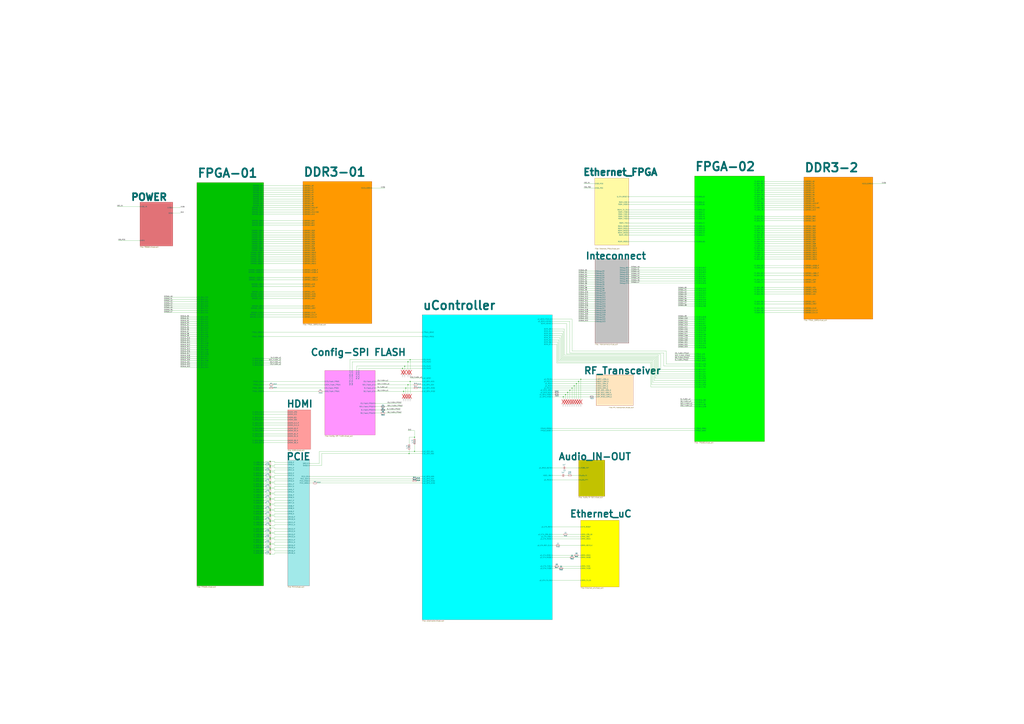
<source format=kicad_sch>
(kicad_sch (version 20231120) (generator "eeschema") (generator_version "8.0")
  (paper "A0")
  (title_block (title "RASBB") (date "2025-04-13") (rev "B") (company "Mina Daneshpajouh"))
  (lib_symbols
    (symbol "Connector:TestPoint" (pin_numbers hide) (pin_names (offset 0.762) hide)
      (property "Reference" "TP" (at 0 6.858 0))
      (property "Value" "TestPoint" (at 0 5.08 0))
      (symbol "TestPoint_1_1"
        (pin passive line (at 0 0 90) (length 2.54) (name "1") (number "1"))
      )
    )
    (symbol "Device:C_Small" (pin_numbers hide) (pin_names (offset 0.254) hide)
      (property "Reference" "C" (at 0.254 1.778 0))
      (property "Value" "C_Small" (at 0.254 -2.032 0))
      (symbol "C_Small_1_1"
        (pin passive line (at 0 2.54 270) (length 2.032) (name "~") (number "1"))
        (pin passive line (at 0 -2.54 90) (length 2.032) (name "~") (number "2"))
      )
    )
    (symbol "Device:R" (pin_numbers hide) (pin_names (offset 0))
      (property "Reference" "R" (at 2.032 0 90))
      (property "Value" "R" (at 0 0 90))
      (symbol "R_1_1"
        (pin passive line (at 0 3.81 270) (length 1.27) (name "~") (number "1"))
        (pin passive line (at 0 -3.81 90) (length 1.27) (name "~") (number "2"))
      )
    )
    (symbol "Device:R_Small" (pin_numbers hide) (pin_names (offset 0.254) hide)
      (property "Reference" "R" (at 0.762 0.508 0))
      (property "Value" "R_Small" (at 0.762 -1.016 0))
      (symbol "R_Small_1_1"
        (pin passive line (at 0 2.54 270) (length 0.762) (name "~") (number "1"))
        (pin passive line (at 0 -2.54 90) (length 0.762) (name "~") (number "2"))
      )
    )
  )
  (junction (at 471.17 450.85))
  (junction (at 671.83 443.23))
  (junction (at 313.69 580.39))
  (junction (at 669.29 445.77))
  (junction (at 313.69 567.69))
  (junction (at 468.63 454.66))
  (junction (at 313.69 586.74))
  (junction (at 656.59 458.47))
  (junction (at 313.69 541.02))
  (junction (at 481.33 524.51))
  (junction (at 659.13 455.93))
  (junction (at 313.69 604.52))
  (junction (at 476.25 417.83))
  (junction (at 313.69 598.17))
  (junction (at 313.69 566.42))
  (junction (at 313.69 638.81))
  (junction (at 473.71 420.37))
  (junction (at 313.69 599.44))
  (junction (at 469.9 425.45))
  (junction (at 661.67 453.39))
  (junction (at 313.69 574.04))
  (junction (at 467.36 427.99))
  (junction (at 476.25 443.23))
  (junction (at 313.69 548.64))
  (junction (at 313.69 632.46))
  (junction (at 313.69 605.79))
  (junction (at 313.69 561.34))
  (junction (at 313.69 591.82))
  (junction (at 313.69 619.76))
  (junction (at 313.69 572.77))
  (junction (at 313.69 637.54))
  (junction (at 313.69 593.09))
  (junction (at 313.69 631.19))
  (junction (at 313.69 626.11))
  (junction (at 313.69 579.12))
  (junction (at 313.69 553.72))
  (junction (at 666.75 448.31))
  (junction (at 664.21 450.85))
  (junction (at 313.69 560.07))
  (junction (at 313.69 643.89))
  (junction (at 313.69 554.99))
  (junction (at 313.69 585.47))
  (junction (at 481.33 508))
  (junction (at 313.69 535.94))
  (junction (at 473.71 447.04))
  (junction (at 313.69 547.37))
  (junction (at 313.69 542.29))
  (junction (at 313.69 624.84))
  (junction (at 313.69 613.41))
  (junction (at 313.69 610.87))
  (junction (at 674.37 440.69))
  (junction (at 654.05 461.01))
  (junction (at 474.98 527.05))
  (junction (at 313.69 618.49))
  (wire (pts (xy 641.35 382.27) (xy 655.32 382.27)))
  (wire (pts (xy 306.07 233.68) (xy 351.79 233.68)))
  (wire (pts (xy 671.83 353.06) (xy 690.88 353.06)))
  (wire (pts (xy 306.07 280.67) (xy 351.79 280.67)))
  (wire (pts (xy 318.77 621.03) (xy 318.77 619.76)))
  (wire (pts (xy 783.59 411.48) (xy 806.45 411.48)))
  (wire (pts (xy 887.73 238.76) (xy 933.45 238.76)))
  (wire (pts (xy 476.25 417.83) (xy 490.22 417.83)))
  (wire (pts (xy 773.43 407.67) (xy 773.43 422.91)))
  (wire (pts (xy 209.55 416.56) (xy 228.6 416.56)))
  (wire (pts (xy 306.07 316.23) (xy 351.79 316.23)))
  (wire (pts (xy 334.01 584.2) (xy 318.77 584.2)))
  (wire (pts (xy 308.61 632.46) (xy 313.69 632.46)))
  (wire (pts (xy 671.83 342.9) (xy 690.88 342.9)))
  (wire (pts (xy 664.21 450.85) (xy 692.15 450.85)))
  (wire (pts (xy 471.17 450.85) (xy 471.17 457.2)))
  (wire (pts (xy 666.75 448.31) (xy 666.75 463.55)))
  (wire (pts (xy 318.77 596.9) (xy 318.77 598.17)))
  (wire (pts (xy 306.07 603.25) (xy 308.61 603.25)))
  (wire (pts (xy 318.77 614.68) (xy 318.77 613.41)))
  (wire (pts (xy 447.04 480.06) (xy 466.09 480.06)))
  (wire (pts (xy 374.65 454.66) (xy 377.19 454.66)))
  (wire (pts (xy 209.55 378.46) (xy 228.6 378.46)))
  (wire (pts (xy 306.07 341.63) (xy 351.79 341.63)))
  (wire (pts (xy 762 415.29) (xy 762 436.88)))
  (wire (pts (xy 306.07 481.33) (xy 334.01 481.33)))
  (wire (pts (xy 789.94 469.9) (xy 806.45 469.9)))
  (wire (pts (xy 308.61 610.87) (xy 313.69 610.87)))
  (wire (pts (xy 787.4 340.36) (xy 806.45 340.36)))
  (wire (pts (xy 306.07 588.01) (xy 308.61 588.01)))
  (wire (pts (xy 306.07 575.31) (xy 308.61 575.31)))
  (wire (pts (xy 306.07 614.68) (xy 308.61 614.68)))
  (wire (pts (xy 306.07 290.83) (xy 351.79 290.83)))
  (wire (pts (xy 671.83 314.96) (xy 690.88 314.96)))
  (wire (pts (xy 318.77 600.71) (xy 318.77 599.44)))
  (wire (pts (xy 313.69 618.49) (xy 318.77 618.49)))
  (wire (pts (xy 313.69 572.77) (xy 318.77 572.77)))
  (wire (pts (xy 190.5 350.52) (xy 228.6 350.52)))
  (wire (pts (xy 306.07 236.22) (xy 351.79 236.22)))
  (wire (pts (xy 313.69 585.47) (xy 318.77 585.47)))
  (wire (pts (xy 306.07 295.91) (xy 351.79 295.91)))
  (wire (pts (xy 334.01 571.5) (xy 318.77 571.5)))
  (wire (pts (xy 641.35 557.53) (xy 671.83 557.53)))
  (wire (pts (xy 318.77 617.22) (xy 318.77 618.49)))
  (wire (pts (xy 308.61 631.19) (xy 313.69 631.19)))
  (wire (pts (xy 887.73 293.37) (xy 933.45 293.37)))
  (wire (pts (xy 671.83 355.6) (xy 690.88 355.6)))
  (wire (pts (xy 787.4 393.7) (xy 806.45 393.7)))
  (wire (pts (xy 306.07 600.71) (xy 308.61 600.71)))
  (wire (pts (xy 308.61 571.5) (xy 308.61 572.77)))
  (wire (pts (xy 308.61 624.84) (xy 313.69 624.84)))
  (wire (pts (xy 334.01 621.03) (xy 318.77 621.03)))
  (wire (pts (xy 661.67 373.38) (xy 641.35 373.38)))
  (wire (pts (xy 313.69 610.87) (xy 318.77 610.87)))
  (wire (pts (xy 308.61 588.01) (xy 308.61 586.74)))
  (wire (pts (xy 787.4 345.44) (xy 806.45 345.44)))
  (wire (pts (xy 306.07 500.38) (xy 334.01 500.38)))
  (wire (pts (xy 770.89 425.45) (xy 770.89 410.21)))
  (wire (pts (xy 652.78 415.29) (xy 762 415.29)))
  (wire (pts (xy 671.83 363.22) (xy 690.88 363.22)))
  (wire (pts (xy 447.04 476.25) (xy 464.82 476.25)))
  (wire (pts (xy 481.33 500.38) (xy 481.33 508)))
  (wire (pts (xy 756.92 447.04) (xy 806.45 447.04)))
  (wire (pts (xy 787.4 398.78) (xy 806.45 398.78)))
  (wire (pts (xy 473.71 420.37) (xy 408.94 420.37)))
  (wire (pts (xy 306.07 226.06) (xy 351.79 226.06)))
  (wire (pts (xy 306.07 454.66) (xy 369.57 454.66)))
  (wire (pts (xy 306.07 322.58) (xy 351.79 322.58)))
  (wire (pts (xy 334.01 590.55) (xy 318.77 590.55)))
  (wire (pts (xy 209.55 408.94) (xy 228.6 408.94)))
  (wire (pts (xy 318.77 577.85) (xy 318.77 579.12)))
  (wire (pts (xy 671.83 337.82) (xy 690.88 337.82)))
  (wire (pts (xy 306.07 346.71) (xy 351.79 346.71)))
  (wire (pts (xy 308.61 549.91) (xy 308.61 548.64)))
  (wire (pts (xy 334.01 537.21) (xy 318.77 537.21)))
  (wire (pts (xy 641.35 497.84) (xy 806.45 497.84)))
  (wire (pts (xy 308.61 556.26) (xy 308.61 554.99)))
  (wire (pts (xy 306.07 325.12) (xy 351.79 325.12)))
  (wire (pts (xy 306.07 298.45) (xy 351.79 298.45)))
  (wire (pts (xy 651.51 416.56) (xy 651.51 389.89)))
  (wire (pts (xy 308.61 584.2) (xy 308.61 585.47)))
  (wire (pts (xy 200.66 241.3) (xy 209.55 241.3)))
  (wire (pts (xy 318.77 541.02) (xy 313.69 541.02)))
  (wire (pts (xy 318.77 636.27) (xy 318.77 637.54)))
  (wire (pts (xy 306.07 623.57) (xy 308.61 623.57)))
  (wire (pts (xy 763.27 414.02) (xy 654.05 414.02)))
  (wire (pts (xy 641.35 674.37) (xy 674.37 674.37)))
  (wire (pts (xy 318.77 556.26) (xy 318.77 554.99)))
  (wire (pts (xy 887.73 327.66) (xy 933.45 327.66)))
  (wire (pts (xy 887.73 298.45) (xy 933.45 298.45)))
  (wire (pts (xy 787.4 383.54) (xy 806.45 383.54)))
  (wire (pts (xy 308.61 643.89) (xy 313.69 643.89)))
  (wire (pts (xy 887.73 231.14) (xy 933.45 231.14)))
  (wire (pts (xy 306.07 275.59) (xy 351.79 275.59)))
  (wire (pts (xy 306.07 568.96) (xy 308.61 568.96)))
  (wire (pts (xy 334.01 562.61) (xy 318.77 562.61)))
  (wire (pts (xy 306.07 330.2) (xy 351.79 330.2)))
  (wire (pts (xy 306.07 562.61) (xy 308.61 562.61)))
  (wire (pts (xy 468.63 454.66) (xy 468.63 457.2)))
  (wire (pts (xy 318.77 603.25) (xy 318.77 604.52)))
  (wire (pts (xy 334.01 629.92) (xy 318.77 629.92)))
  (wire (pts (xy 306.07 300.99) (xy 351.79 300.99)))
  (wire (pts (xy 306.07 419.1) (xy 326.39 419.1)))
  (wire (pts (xy 313.69 547.37) (xy 318.77 547.37)))
  (wire (pts (xy 306.07 494.03) (xy 334.01 494.03)))
  (wire (pts (xy 308.61 552.45) (xy 308.61 553.72)))
  (wire (pts (xy 359.41 541.02) (xy 373.38 541.02)))
  (wire (pts (xy 306.07 514.35) (xy 334.01 514.35)))
  (wire (pts (xy 306.07 543.56) (xy 308.61 543.56)))
  (wire (pts (xy 308.61 605.79) (xy 313.69 605.79)))
  (wire (pts (xy 373.38 527.05) (xy 373.38 541.02)))
  (wire (pts (xy 730.25 228.6) (xy 806.45 228.6)))
  (wire (pts (xy 887.73 226.06) (xy 933.45 226.06)))
  (wire (pts (xy 677.926 218.44) (xy 690.626 218.44)))
  (wire (pts (xy 334.01 633.73) (xy 318.77 633.73)))
  (wire (pts (xy 806.45 449.58) (xy 755.65 449.58)))
  (wire (pts (xy 654.05 660.4) (xy 674.37 660.4)))
  (wire (pts (xy 308.61 617.22) (xy 308.61 618.49)))
  (wire (pts (xy 474.98 508) (xy 481.33 508)))
  (wire (pts (xy 318.77 575.31) (xy 318.77 574.04)))
  (wire (pts (xy 334.01 552.45) (xy 318.77 552.45)))
  (wire (pts (xy 659.13 455.93) (xy 692.15 455.93)))
  (wire (pts (xy 730.25 265.43) (xy 806.45 265.43)))
  (wire (pts (xy 308.61 547.37) (xy 313.69 547.37)))
  (wire (pts (xy 209.55 393.7) (xy 228.6 393.7)))
  (wire (pts (xy 435.61 443.23) (xy 476.25 443.23)))
  (wire (pts (xy 787.4 403.86) (xy 806.45 403.86)))
  (wire (pts (xy 308.61 591.82) (xy 313.69 591.82)))
  (wire (pts (xy 671.83 365.76) (xy 690.88 365.76)))
  (wire (pts (xy 762 436.88) (xy 806.45 436.88)))
  (wire (pts (xy 209.55 373.38) (xy 228.6 373.38)))
  (wire (pts (xy 308.61 553.72) (xy 313.69 553.72)))
  (wire (pts (xy 334.01 546.1) (xy 318.77 546.1)))
  (wire (pts (xy 209.55 370.84) (xy 228.6 370.84)))
  (wire (pts (xy 306.07 306.07) (xy 351.79 306.07)))
  (wire (pts (xy 308.61 642.62) (xy 308.61 643.89)))
  (wire (pts (xy 657.86 543.56) (xy 671.83 543.56)))
  (wire (pts (xy 755.65 449.58) (xy 755.65 421.64)))
  (wire (pts (xy 308.61 535.94) (xy 313.69 535.94)))
  (wire (pts (xy 806.45 434.34) (xy 763.27 434.34)))
  (wire (pts (xy 308.61 561.34) (xy 313.69 561.34)))
  (wire (pts (xy 887.73 262.89) (xy 933.45 262.89)))
  (wire (pts (xy 308.61 579.12) (xy 313.69 579.12)))
  (wire (pts (xy 641.35 450.85) (xy 664.21 450.85)))
  (wire (pts (xy 308.61 593.09) (xy 313.69 593.09)))
  (wire (pts (xy 308.61 541.02) (xy 313.69 541.02)))
  (wire (pts (xy 137.16 279.4) (xy 162.56 279.4)))
  (wire (pts (xy 190.5 347.98) (xy 228.6 347.98)))
  (wire (pts (xy 190.5 358.14) (xy 228.6 358.14)))
  (wire (pts (xy 406.4 417.83) (xy 406.4 430.53)))
  (wire (pts (xy 306.07 565.15) (xy 308.61 565.15)))
  (wire (pts (xy 308.61 565.15) (xy 308.61 566.42)))
  (wire (pts (xy 758.19 444.5) (xy 806.45 444.5)))
  (wire (pts (xy 373.38 527.05) (xy 474.98 527.05)))
  (wire (pts (xy 334.01 588.01) (xy 318.77 588.01)))
  (wire (pts (xy 806.45 429.26) (xy 767.08 429.26)))
  (wire (pts (xy 306.07 633.73) (xy 308.61 633.73)))
  (wire (pts (xy 359.41 553.72) (xy 490.22 553.72)))
  (wire (pts (xy 887.73 353.06) (xy 933.45 353.06)))
  (wire (pts (xy 659.13 455.93) (xy 659.13 463.55)))
  (wire (pts (xy 474.98 527.05) (xy 490.22 527.05)))
  (wire (pts (xy 306.07 363.22) (xy 351.79 363.22)))
  (wire (pts (xy 887.73 256.54) (xy 933.45 256.54)))
  (wire (pts (xy 646.43 400.05) (xy 641.35 400.05)))
  (wire (pts (xy 435.61 480.06) (xy 441.96 480.06)))
  (wire (pts (xy 370.84 524.51) (xy 481.33 524.51)))
  (wire (pts (xy 306.07 556.26) (xy 308.61 556.26)))
  (wire (pts (xy 787.4 381) (xy 806.45 381)))
  (wire (pts (xy 308.61 599.44) (xy 313.69 599.44)))
  (wire (pts (xy 334.01 581.66) (xy 318.77 581.66)))
  (wire (pts (xy 308.61 574.04) (xy 313.69 574.04)))
  (wire (pts (xy 671.83 335.28) (xy 690.88 335.28)))
  (wire (pts (xy 669.29 445.77) (xy 692.15 445.77)))
  (wire (pts (xy 641.35 626.11) (xy 674.37 626.11)))
  (wire (pts (xy 887.73 350.52) (xy 933.45 350.52)))
  (wire (pts (xy 756.92 420.37) (xy 756.92 447.04)))
  (wire (pts (xy 313.69 574.04) (xy 318.77 574.04)))
  (wire (pts (xy 306.07 485.14) (xy 334.01 485.14)))
  (wire (pts (xy 787.4 337.82) (xy 806.45 337.82)))
  (wire (pts (xy 209.55 406.4) (xy 228.6 406.4)))
  (wire (pts (xy 318.77 581.66) (xy 318.77 580.39)))
  (wire (pts (xy 887.73 265.43) (xy 933.45 265.43)))
  (wire (pts (xy 190.5 353.06) (xy 228.6 353.06)))
  (wire (pts (xy 671.83 317.5) (xy 690.88 317.5)))
  (wire (pts (xy 641.35 370.84) (xy 664.21 370.84)))
  (wire (pts (xy 767.08 411.48) (xy 657.86 411.48)))
  (wire (pts (xy 200.66 247.65) (xy 209.55 247.65)))
  (wire (pts (xy 308.61 600.71) (xy 308.61 599.44)))
  (wire (pts (xy 306.07 558.8) (xy 308.61 558.8)))
  (wire (pts (xy 135.89 240.03) (xy 162.56 240.03)))
  (wire (pts (xy 887.73 278.13) (xy 933.45 278.13)))
  (wire (pts (xy 887.73 308.61) (xy 933.45 308.61)))
  (wire (pts (xy 671.83 360.68) (xy 690.88 360.68)))
  (wire (pts (xy 308.61 614.68) (xy 308.61 613.41)))
  (wire (pts (xy 730.25 251.46) (xy 806.45 251.46)))
  (wire (pts (xy 887.73 243.84) (xy 933.45 243.84)))
  (wire (pts (xy 469.9 425.45) (xy 414.02 425.45)))
  (wire (pts (xy 887.73 288.29) (xy 933.45 288.29)))
  (wire (pts (xy 313.69 548.64) (xy 318.77 548.64)))
  (wire (pts (xy 306.07 511.81) (xy 334.01 511.81)))
  (wire (pts (xy 641.35 633.73) (xy 645.16 633.73)))
  (wire (pts (xy 209.55 419.1) (xy 228.6 419.1)))
  (wire (pts (xy 650.24 392.43) (xy 641.35 392.43)))
  (wire (pts (xy 887.73 320.04) (xy 933.45 320.04)))
  (wire (pts (xy 308.61 562.61) (xy 308.61 561.34)))
  (wire (pts (xy 334.01 575.31) (xy 318.77 575.31)))
  (wire (pts (xy 674.37 440.69) (xy 692.15 440.69)))
  (wire (pts (xy 318.77 627.38) (xy 318.77 626.11)))
  (wire (pts (xy 306.07 285.75) (xy 351.79 285.75)))
  (wire (pts (xy 887.73 358.14) (xy 933.45 358.14)))
  (wire (pts (xy 887.73 295.91) (xy 933.45 295.91)))
  (wire (pts (xy 641.35 455.93) (xy 643.89 455.93)))
  (wire (pts (xy 209.55 383.54) (xy 228.6 383.54)))
  (wire (pts (xy 760.73 439.42) (xy 760.73 416.56)))
  (wire (pts (xy 318.77 629.92) (xy 318.77 631.19)))
  (wire (pts (xy 318.77 549.91) (xy 318.77 548.64)))
  (wire (pts (xy 657.86 411.48) (xy 657.86 375.92)))
  (wire (pts (xy 306.07 577.85) (xy 308.61 577.85)))
  (wire (pts (xy 313.69 632.46) (xy 318.77 632.46)))
  (wire (pts (xy 318.77 607.06) (xy 318.77 605.79)))
  (wire (pts (xy 308.61 637.54) (xy 313.69 637.54)))
  (wire (pts (xy 730.25 318.77) (xy 806.45 318.77)))
  (wire (pts (xy 481.33 524.51) (xy 490.22 524.51)))
  (wire (pts (xy 308.61 604.52) (xy 313.69 604.52)))
  (wire (pts (xy 887.73 218.44) (xy 933.45 218.44)))
  (wire (pts (xy 209.55 388.62) (xy 228.6 388.62)))
  (wire (pts (xy 887.73 210.82) (xy 933.45 210.82)))
  (wire (pts (xy 671.83 443.23) (xy 671.83 463.55)))
  (wire (pts (xy 473.71 420.37) (xy 473.71 429.26)))
  (wire (pts (xy 481.33 508) (xy 481.33 509.27)))
  (wire (pts (xy 308.61 598.17) (xy 313.69 598.17)))
  (wire (pts (xy 306.07 421.64) (xy 326.39 421.64)))
  (wire (pts (xy 306.07 368.3) (xy 351.79 368.3)))
  (wire (pts (xy 730.25 280.67) (xy 806.45 280.67)))
  (wire (pts (xy 306.07 506.73) (xy 334.01 506.73)))
  (wire (pts (xy 306.07 636.27) (xy 308.61 636.27)))
  (wire (pts (xy 887.73 251.46) (xy 933.45 251.46)))
  (wire (pts (xy 887.73 325.12) (xy 933.45 325.12)))
  (wire (pts (xy 306.07 256.54) (xy 351.79 256.54)))
  (wire (pts (xy 483.87 558.8) (xy 490.22 558.8)))
  (wire (pts (xy 666.75 647.7) (xy 674.37 647.7)))
  (wire (pts (xy 806.45 439.42) (xy 760.73 439.42)))
  (wire (pts (xy 308.61 619.76) (xy 313.69 619.76)))
  (wire (pts (xy 471.17 450.85) (xy 480.06 450.85)))
  (wire (pts (xy 476.25 443.23) (xy 476.25 457.2)))
  (wire (pts (xy 648.97 458.47) (xy 656.59 458.47)))
  (wire (pts (xy 317.5 450.85) (xy 377.19 450.85)))
  (wire (pts (xy 313.69 643.89) (xy 318.77 643.89)))
  (wire (pts (xy 209.55 375.92) (xy 228.6 375.92)))
  (wire (pts (xy 887.73 228.6) (xy 933.45 228.6)))
  (wire (pts (xy 654.05 414.02) (xy 654.05 384.81)))
  (wire (pts (xy 647.7 420.37) (xy 756.92 420.37)))
  (wire (pts (xy 318.77 552.45) (xy 318.77 553.72)))
  (wire (pts (xy 787.4 335.28) (xy 806.45 335.28)))
  (wire (pts (xy 318.77 562.61) (xy 318.77 561.34)))
  (wire (pts (xy 789.94 472.44) (xy 806.45 472.44)))
  (wire (pts (xy 666.75 448.31) (xy 692.15 448.31)))
  (wire (pts (xy 473.71 447.04) (xy 480.06 447.04)))
  (wire (pts (xy 308.61 590.55) (xy 308.61 591.82)))
  (wire (pts (xy 468.63 454.66) (xy 490.22 454.66)))
  (wire (pts (xy 209.55 396.24) (xy 228.6 396.24)))
  (wire (pts (xy 190.5 363.22) (xy 228.6 363.22)))
  (wire (pts (xy 306.07 288.29) (xy 351.79 288.29)))
  (wire (pts (xy 789.94 464.82) (xy 806.45 464.82)))
  (wire (pts (xy 318.77 546.1) (xy 318.77 547.37)))
  (wire (pts (xy 308.61 603.25) (xy 308.61 604.52)))
  (wire (pts (xy 308.61 581.66) (xy 308.61 580.39)))
  (wire (pts (xy 313.69 567.69) (xy 318.77 567.69)))
  (wire (pts (xy 306.07 241.3) (xy 351.79 241.3)))
  (wire (pts (xy 674.37 440.69) (xy 674.37 463.55)))
  (wire (pts (xy 306.07 215.9) (xy 351.79 215.9)))
  (wire (pts (xy 209.55 414.02) (xy 228.6 414.02)))
  (wire (pts (xy 334.01 607.06) (xy 318.77 607.06)))
  (wire (pts (xy 447.04 472.44) (xy 467.36 472.44)))
  (wire (pts (xy 306.07 539.75) (xy 308.61 539.75)))
  (wire (pts (xy 306.07 303.53) (xy 351.79 303.53)))
  (wire (pts (xy 476.25 443.23) (xy 490.22 443.23)))
  (wire (pts (xy 306.07 243.84) (xy 351.79 243.84)))
  (wire (pts (xy 730.25 311.15) (xy 806.45 311.15)))
  (wire (pts (xy 306.07 617.22) (xy 308.61 617.22)))
  (wire (pts (xy 306.07 283.21) (xy 351.79 283.21)))
  (wire (pts (xy 887.73 363.22) (xy 933.45 363.22)))
  (wire (pts (xy 359.41 561.34) (xy 363.22 561.34)))
  (wire (pts (xy 641.35 647.7) (xy 661.67 647.7)))
  (wire (pts (xy 306.07 259.08) (xy 351.79 259.08)))
  (wire (pts (xy 308.61 542.29) (xy 313.69 542.29)))
  (wire (pts (xy 650.24 417.83) (xy 650.24 392.43)))
  (wire (pts (xy 887.73 236.22) (xy 933.45 236.22)))
  (wire (pts (xy 671.83 347.98) (xy 690.88 347.98)))
  (wire (pts (xy 648.97 394.97) (xy 648.97 419.1)))
  (wire (pts (xy 306.07 642.62) (xy 308.61 642.62)))
  (wire (pts (xy 308.61 546.1) (xy 308.61 547.37)))
  (wire (pts (xy 306.07 218.44) (xy 351.79 218.44)))
  (wire (pts (xy 368.3 561.34) (xy 490.22 561.34)))
  (wire (pts (xy 313.69 626.11) (xy 318.77 626.11)))
  (wire (pts (xy 787.4 378.46) (xy 806.45 378.46)))
  (wire (pts (xy 408.94 420.37) (xy 408.94 430.53)))
  (wire (pts (xy 657.86 375.92) (xy 641.35 375.92)))
  (wire (pts (xy 313.69 638.81) (xy 318.77 638.81)))
  (wire (pts (xy 481.33 516.89) (xy 481.33 524.51)))
  (wire (pts (xy 370.84 538.48) (xy 359.41 538.48)))
  (wire (pts (xy 334.01 623.57) (xy 318.77 623.57)))
  (wire (pts (xy 306.07 571.5) (xy 308.61 571.5)))
  (wire (pts (xy 318.77 588.01) (xy 318.77 586.74)))
  (wire (pts (xy 655.32 382.27) (xy 655.32 412.75)))
  (wire (pts (xy 490.22 447.04) (xy 485.14 447.04)))
  (wire (pts (xy 209.55 426.72) (xy 228.6 426.72)))
  (wire (pts (xy 887.73 285.75) (xy 933.45 285.75)))
  (wire (pts (xy 730.25 328.93) (xy 806.45 328.93)))
  (wire (pts (xy 334.01 577.85) (xy 318.77 577.85)))
  (wire (pts (xy 334.01 627.38) (xy 318.77 627.38)))
  (wire (pts (xy 318.77 539.75) (xy 318.77 541.02)))
  (wire (pts (xy 730.25 248.92) (xy 806.45 248.92)))
  (wire (pts (xy 641.35 387.35) (xy 652.78 387.35)))
  (wire (pts (xy 887.73 267.97) (xy 933.45 267.97)))
  (wire (pts (xy 318.77 558.8) (xy 318.77 560.07)))
  (wire (pts (xy 730.25 321.31) (xy 806.45 321.31)))
  (wire (pts (xy 671.83 645.16) (xy 674.37 645.16)))
  (wire (pts (xy 306.07 546.1) (xy 308.61 546.1)))
  (wire (pts (xy 334.01 640.08) (xy 318.77 640.08)))
  (wire (pts (xy 306.07 355.6) (xy 351.79 355.6)))
  (wire (pts (xy 209.55 424.18) (xy 228.6 424.18)))
  (wire (pts (xy 308.61 539.75) (xy 308.61 541.02)))
  (wire (pts (xy 641.35 461.01) (xy 654.05 461.01)))
  (wire (pts (xy 306.07 231.14) (xy 351.79 231.14)))
  (wire (pts (xy 209.55 381) (xy 228.6 381)))
  (wire (pts (xy 887.73 360.68) (xy 933.45 360.68)))
  (wire (pts (xy 730.25 234.95) (xy 806.45 234.95)))
  (wire (pts (xy 887.73 220.98) (xy 933.45 220.98)))
  (wire (pts (xy 306.07 497.84) (xy 334.01 497.84)))
  (wire (pts (xy 334.01 596.9) (xy 318.77 596.9)))
  (wire (pts (xy 308.61 626.11) (xy 313.69 626.11)))
  (wire (pts (xy 641.35 443.23) (xy 671.83 443.23)))
  (wire (pts (xy 671.83 320.04) (xy 690.88 320.04)))
  (wire (pts (xy 476.25 417.83) (xy 406.4 417.83)))
  (wire (pts (xy 474.98 523.24) (xy 474.98 527.05)))
  (wire (pts (xy 308.61 548.64) (xy 313.69 548.64)))
  (wire (pts (xy 308.61 629.92) (xy 308.61 631.19)))
  (wire (pts (xy 359.41 558.8) (xy 478.79 558.8)))
  (wire (pts (xy 334.01 568.96) (xy 318.77 568.96)))
  (wire (pts (xy 887.73 233.68) (xy 933.45 233.68)))
  (wire (pts (xy 664.21 552.45) (xy 671.83 552.45)))
  (wire (pts (xy 190.5 355.6) (xy 228.6 355.6)))
  (wire (pts (xy 306.07 552.45) (xy 308.61 552.45)))
  (wire (pts (xy 306.07 629.92) (xy 308.61 629.92)))
  (wire (pts (xy 887.73 241.3) (xy 933.45 241.3)))
  (wire (pts (xy 209.55 386.08) (xy 228.6 386.08)))
  (wire (pts (xy 308.61 609.6) (xy 308.61 610.87)))
  (wire (pts (xy 308.61 577.85) (xy 308.61 579.12)))
  (wire (pts (xy 306.07 590.55) (xy 308.61 590.55)))
  (wire (pts (xy 334.01 549.91) (xy 318.77 549.91)))
  (wire (pts (xy 306.07 491.49) (xy 334.01 491.49)))
  (wire (pts (xy 730.25 270.51) (xy 806.45 270.51)))
  (wire (pts (xy 209.55 401.32) (xy 228.6 401.32)))
  (wire (pts (xy 209.55 411.48) (xy 228.6 411.48)))
  (wire (pts (xy 887.73 283.21) (xy 933.45 283.21)))
  (wire (pts (xy 308.61 618.49) (xy 313.69 618.49)))
  (wire (pts (xy 467.36 427.99) (xy 490.22 427.99)))
  (wire (pts (xy 308.61 554.99) (xy 313.69 554.99)))
  (wire (pts (xy 306.07 261.62) (xy 351.79 261.62)))
  (wire (pts (xy 435.61 468.63) (xy 466.09 468.63)))
  (wire (pts (xy 755.65 421.64) (xy 646.43 421.64)))
  (wire (pts (xy 306.07 416.56) (xy 326.39 416.56)))
  (wire (pts (xy 661.67 453.39) (xy 661.67 463.55)))
  (wire (pts (xy 641.35 657.86) (xy 643.89 657.86)))
  (wire (pts (xy 654.05 461.01) (xy 654.05 463.55)))
  (wire (pts (xy 190.5 360.68) (xy 228.6 360.68)))
  (wire (pts (xy 730.25 237.49) (xy 806.45 237.49)))
  (wire (pts (xy 887.73 290.83) (xy 933.45 290.83)))
  (wire (pts (xy 190.5 345.44) (xy 228.6 345.44)))
  (wire (pts (xy 473.71 500.38) (xy 481.33 500.38)))
  (wire (pts (xy 641.35 453.39) (xy 661.67 453.39)))
  (wire (pts (xy 661.67 453.39) (xy 692.15 453.39)))
  (wire (pts (xy 308.61 568.96) (xy 308.61 567.69)))
  (wire (pts (xy 789.94 467.36) (xy 806.45 467.36)))
  (wire (pts (xy 318.77 640.08) (xy 318.77 638.81)))
  (wire (pts (xy 1013.46 213.36) (xy 1028.7 213.36)))
  (wire (pts (xy 473.71 447.04) (xy 473.71 457.2)))
  (wire (pts (xy 308.61 567.69) (xy 313.69 567.69)))
  (wire (pts (xy 435.61 450.85) (xy 471.17 450.85)))
  (wire (pts (xy 671.83 332.74) (xy 690.88 332.74)))
  (wire (pts (xy 306.07 238.76) (xy 351.79 238.76)))
  (wire (pts (xy 671.83 373.38) (xy 690.88 373.38)))
  (wire (pts (xy 763.27 434.34) (xy 763.27 414.02)))
  (wire (pts (xy 887.73 311.15) (xy 933.45 311.15)))
  (wire (pts (xy 306.07 365.76) (xy 351.79 365.76)))
  (wire (pts (xy 730.25 326.39) (xy 806.45 326.39)))
  (wire (pts (xy 306.07 391.16) (xy 490.22 391.16)))
  (wire (pts (xy 306.07 386.08) (xy 490.22 386.08)))
  (wire (pts (xy 787.4 373.38) (xy 806.45 373.38)))
  (wire (pts (xy 209.55 368.3) (xy 228.6 368.3)))
  (wire (pts (xy 306.07 293.37) (xy 351.79 293.37)))
  (wire (pts (xy 783.59 414.02) (xy 806.45 414.02)))
  (wire (pts (xy 641.35 458.47) (xy 643.89 458.47)))
  (wire (pts (xy 767.08 429.26) (xy 767.08 411.48)))
  (wire (pts (xy 318.77 537.21) (xy 318.77 535.94)))
  (wire (pts (xy 730.25 316.23) (xy 806.45 316.23)))
  (wire (pts (xy 318.77 543.56) (xy 318.77 542.29)))
  (wire (pts (xy 435.61 476.25) (xy 441.96 476.25)))
  (wire (pts (xy 313.69 599.44) (xy 318.77 599.44)))
  (wire (pts (xy 671.83 345.44) (xy 690.88 345.44)))
  (wire (pts (xy 654.05 461.01) (xy 684.53 461.01)))
  (wire (pts (xy 306.07 344.17) (xy 351.79 344.17)))
  (wire (pts (xy 671.83 370.84) (xy 690.88 370.84)))
  (wire (pts (xy 887.73 341.63) (xy 933.45 341.63)))
  (wire (pts (xy 308.61 594.36) (xy 308.61 593.09)))
  (wire (pts (xy 730.25 246.38) (xy 806.45 246.38)))
  (wire (pts (xy 313.69 637.54) (xy 318.77 637.54)))
  (wire (pts (xy 308.61 607.06) (xy 308.61 605.79)))
  (wire (pts (xy 334.01 603.25) (xy 318.77 603.25)))
  (wire (pts (xy 887.73 280.67) (xy 933.45 280.67)))
  (wire (pts (xy 787.4 355.6) (xy 806.45 355.6)))
  (wire (pts (xy 308.61 638.81) (xy 313.69 638.81)))
  (wire (pts (xy 887.73 223.52) (xy 933.45 223.52)))
  (wire (pts (xy 308.61 537.21) (xy 308.61 535.94)))
  (wire (pts (xy 308.61 640.08) (xy 308.61 638.81)))
  (wire (pts (xy 641.35 448.31) (xy 666.75 448.31)))
  (wire (pts (xy 313.69 591.82) (xy 318.77 591.82)))
  (wire (pts (xy 306.07 607.06) (xy 308.61 607.06)))
  (wire (pts (xy 308.61 558.8) (xy 308.61 560.07)))
  (wire (pts (xy 887.73 317.5) (xy 933.45 317.5)))
  (wire (pts (xy 806.45 425.45) (xy 770.89 425.45)))
  (wire (pts (xy 690.626 213.36) (xy 677.926 213.36)))
  (wire (pts (xy 887.73 336.55) (xy 933.45 336.55)))
  (wire (pts (xy 476.25 439.42) (xy 490.22 439.42)))
  (wire (pts (xy 689.61 461.01) (xy 692.15 461.01)))
  (wire (pts (xy 313.69 553.72) (xy 318.77 553.72)))
  (wire (pts (xy 317.5 447.04) (xy 377.19 447.04)))
  (wire (pts (xy 659.13 621.03) (xy 674.37 621.03)))
  (wire (pts (xy 787.4 401.32) (xy 806.45 401.32)))
  (wire (pts (xy 306.07 487.68) (xy 334.01 487.68)))
  (wire (pts (xy 306.07 339.09) (xy 351.79 339.09)))
  (wire (pts (xy 435.61 472.44) (xy 441.96 472.44)))
  (wire (pts (xy 306.07 581.66) (xy 308.61 581.66)))
  (wire (pts (xy 306.07 220.98) (xy 351.79 220.98)))
  (wire (pts (xy 641.35 623.57) (xy 674.37 623.57)))
  (wire (pts (xy 641.35 552.45) (xy 651.51 552.45)))
  (wire (pts (xy 641.35 397.51) (xy 647.7 397.51)))
  (wire (pts (xy 306.07 246.38) (xy 351.79 246.38)))
  (wire (pts (xy 661.67 373.38) (xy 661.67 410.21)))
  (wire (pts (xy 318.77 590.55) (xy 318.77 591.82)))
  (wire (pts (xy 641.35 500.38) (xy 806.45 500.38)))
  (wire (pts (xy 306.07 640.08) (xy 308.61 640.08)))
  (wire (pts (xy 887.73 270.51) (xy 933.45 270.51)))
  (wire (pts (xy 664.21 450.85) (xy 664.21 463.55)))
  (wire (pts (xy 656.59 458.47) (xy 692.15 458.47)))
  (wire (pts (xy 334.01 539.75) (xy 318.77 539.75)))
  (wire (pts (xy 435.61 454.66) (xy 468.63 454.66)))
  (wire (pts (xy 787.4 388.62) (xy 806.45 388.62)))
  (wire (pts (xy 469.9 425.45) (xy 490.22 425.45)))
  (wire (pts (xy 308.61 621.03) (xy 308.61 619.76)))
  (wire (pts (xy 654.05 384.81) (xy 641.35 384.81)))
  (wire (pts (xy 435.61 447.04) (xy 473.71 447.04)))
  (wire (pts (xy 318.77 633.73) (xy 318.77 632.46)))
  (wire (pts (xy 306.07 313.69) (xy 351.79 313.69)))
  (wire (pts (xy 473.71 420.37) (xy 490.22 420.37)))
  (wire (pts (xy 806.45 441.96) (xy 759.46 441.96)))
  (wire (pts (xy 313.69 542.29) (xy 318.77 542.29)))
  (wire (pts (xy 664.21 370.84) (xy 664.21 407.67)))
  (wire (pts (xy 887.73 339.09) (xy 933.45 339.09)))
  (wire (pts (xy 669.29 445.77) (xy 669.29 463.55)))
  (wire (pts (xy 787.4 368.3) (xy 806.45 368.3)))
  (wire (pts (xy 334.01 642.62) (xy 318.77 642.62)))
  (wire (pts (xy 209.55 403.86) (xy 228.6 403.86)))
  (wire (pts (xy 318.77 642.62) (xy 318.77 643.89)))
  (wire (pts (xy 641.35 440.69) (xy 674.37 440.69)))
  (wire (pts (xy 313.69 604.52) (xy 318.77 604.52)))
  (wire (pts (xy 306.07 504.19) (xy 334.01 504.19)))
  (wire (pts (xy 671.83 325.12) (xy 690.88 325.12)))
  (wire (pts (xy 306.07 584.2) (xy 308.61 584.2)))
  (wire (pts (xy 887.73 254) (xy 933.45 254)))
  (wire (pts (xy 671.83 340.36) (xy 690.88 340.36)))
  (wire (pts (xy 308.61 560.07) (xy 313.69 560.07)))
  (wire (pts (xy 671.83 443.23) (xy 692.15 443.23)))
  (wire (pts (xy 787.4 391.16) (xy 806.45 391.16)))
  (wire (pts (xy 313.69 631.19) (xy 318.77 631.19)))
  (wire (pts (xy 306.07 594.36) (xy 308.61 594.36)))
  (wire (pts (xy 730.25 267.97) (xy 806.45 267.97)))
  (wire (pts (xy 334.01 558.8) (xy 318.77 558.8)))
  (wire (pts (xy 306.07 450.85) (xy 312.42 450.85)))
  (wire (pts (xy 313.69 535.94) (xy 318.77 535.94)))
  (wire (pts (xy 787.4 375.92) (xy 806.45 375.92)))
  (wire (pts (xy 313.69 593.09) (xy 318.77 593.09)))
  (wire (pts (xy 416.56 427.99) (xy 416.56 430.53)))
  (wire (pts (xy 787.4 342.9) (xy 806.45 342.9)))
  (wire (pts (xy 787.4 370.84) (xy 806.45 370.84)))
  (wire (pts (xy 431.8 218.44) (xy 447.04 218.44)))
  (wire (pts (xy 306.07 627.38) (xy 308.61 627.38)))
  (wire (pts (xy 209.55 398.78) (xy 228.6 398.78)))
  (wire (pts (xy 209.55 421.64) (xy 228.6 421.64)))
  (wire (pts (xy 308.61 627.38) (xy 308.61 626.11)))
  (wire (pts (xy 641.35 445.77) (xy 669.29 445.77)))
  (wire (pts (xy 483.87 556.26) (xy 490.22 556.26)))
  (wire (pts (xy 648.97 455.93) (xy 659.13 455.93)))
  (wire (pts (xy 485.14 450.85) (xy 490.22 450.85)))
  (wire (pts (xy 730.25 323.85) (xy 806.45 323.85)))
  (wire (pts (xy 641.35 645.16) (xy 666.75 645.16)))
  (wire (pts (xy 783.59 416.56) (xy 806.45 416.56)))
  (wire (pts (xy 313.69 605.79) (xy 318.77 605.79)))
  (wire (pts (xy 651.51 389.89) (xy 641.35 389.89)))
  (wire (pts (xy 787.4 386.08) (xy 806.45 386.08)))
  (wire (pts (xy 730.25 259.08) (xy 806.45 259.08)))
  (wire (pts (xy 313.69 580.39) (xy 318.77 580.39)))
  (wire (pts (xy 306.07 549.91) (xy 308.61 549.91)))
  (wire (pts (xy 318.77 565.15) (xy 318.77 566.42)))
  (wire (pts (xy 887.73 334.01) (xy 933.45 334.01)))
  (wire (pts (xy 318.77 584.2) (xy 318.77 585.47)))
  (wire (pts (xy 334.01 543.56) (xy 318.77 543.56)))
  (wire (pts (xy 652.78 387.35) (xy 652.78 415.29)))
  (wire (pts (xy 887.73 273.05) (xy 933.45 273.05)))
  (wire (pts (xy 359.41 556.26) (xy 478.79 556.26)))
  (wire (pts (xy 306.07 609.6) (xy 308.61 609.6)))
  (wire (pts (xy 318.77 594.36) (xy 318.77 593.09)))
  (wire (pts (xy 671.83 330.2) (xy 690.88 330.2)))
  (wire (pts (xy 641.35 660.4) (xy 648.97 660.4)))
  (wire (pts (xy 641.35 612.14) (xy 674.37 612.14)))
  (wire (pts (xy 308.61 580.39) (xy 313.69 580.39)))
  (wire (pts (xy 671.83 358.14) (xy 690.88 358.14)))
  (wire (pts (xy 641.35 621.03) (xy 654.05 621.03)))
  (wire (pts (xy 334.01 565.15) (xy 318.77 565.15)))
  (wire (pts (xy 787.4 347.98) (xy 806.45 347.98)))
  (wire (pts (xy 764.54 412.75) (xy 764.54 431.8)))
  (wire (pts (xy 313.69 560.07) (xy 318.77 560.07)))
  (wire (pts (xy 641.35 543.56) (xy 652.78 543.56)))
  (wire (pts (xy 887.73 300.99) (xy 933.45 300.99)))
  (wire (pts (xy 308.61 623.57) (xy 308.61 624.84)))
  (wire (pts (xy 730.25 243.84) (xy 806.45 243.84)))
  (wire (pts (xy 313.69 619.76) (xy 318.77 619.76)))
  (wire (pts (xy 764.54 431.8) (xy 806.45 431.8)))
  (wire (pts (xy 334.01 600.71) (xy 318.77 600.71)))
  (wire (pts (xy 308.61 596.9) (xy 308.61 598.17)))
  (wire (pts (xy 730.25 254) (xy 806.45 254)))
  (wire (pts (xy 318.77 623.57) (xy 318.77 624.84)))
  (wire (pts (xy 671.83 368.3) (xy 690.88 368.3)))
  (wire (pts (xy 334.01 617.22) (xy 318.77 617.22)))
  (wire (pts (xy 648.97 419.1) (xy 758.19 419.1)))
  (wire (pts (xy 313.69 613.41) (xy 318.77 613.41)))
  (wire (pts (xy 370.84 524.51) (xy 370.84 538.48)))
  (wire (pts (xy 306.07 332.74) (xy 351.79 332.74)))
  (wire (pts (xy 646.43 421.64) (xy 646.43 400.05)))
  (wire (pts (xy 671.83 327.66) (xy 690.88 327.66)))
  (wire (pts (xy 641.35 394.97) (xy 648.97 394.97)))
  (wire (pts (xy 308.61 585.47) (xy 313.69 585.47)))
  (wire (pts (xy 306.07 273.05) (xy 351.79 273.05)))
  (wire (pts (xy 787.4 350.52) (xy 806.45 350.52)))
  (wire (pts (xy 469.9 425.45) (xy 469.9 429.26)))
  (wire (pts (xy 334.01 609.6) (xy 318.77 609.6)))
  (wire (pts (xy 318.77 609.6) (xy 318.77 610.87)))
  (wire (pts (xy 308.61 572.77) (xy 313.69 572.77)))
  (wire (pts (xy 730.25 262.89) (xy 806.45 262.89)))
  (wire (pts (xy 306.07 424.18) (xy 326.39 424.18)))
  (wire (pts (xy 671.83 322.58) (xy 690.88 322.58)))
  (wire (pts (xy 306.07 223.52) (xy 351.79 223.52)))
  (wire (pts (xy 664.21 407.67) (xy 773.43 407.67)))
  (wire (pts (xy 474.98 515.62) (xy 474.98 508)))
  (wire (pts (xy 313.69 586.74) (xy 318.77 586.74)))
  (wire (pts (xy 760.73 416.56) (xy 651.51 416.56)))
  (wire (pts (xy 306.07 270.51) (xy 351.79 270.51)))
  (wire (pts (xy 306.07 248.92) (xy 351.79 248.92)))
  (wire (pts (xy 306.07 228.6) (xy 351.79 228.6)))
  (wire (pts (xy 887.73 213.36) (xy 933.45 213.36)))
  (wire (pts (xy 770.89 410.21) (xy 661.67 410.21)))
  (wire (pts (xy 334.01 594.36) (xy 318.77 594.36)))
  (wire (pts (xy 655.32 412.75) (xy 764.54 412.75)))
  (wire (pts (xy 887.73 275.59) (xy 933.45 275.59)))
  (wire (pts (xy 308.61 566.42) (xy 313.69 566.42)))
  (wire (pts (xy 308.61 575.31) (xy 308.61 574.04)))
  (wire (pts (xy 887.73 215.9) (xy 933.45 215.9)))
  (wire (pts (xy 759.46 417.83) (xy 650.24 417.83)))
  (wire (pts (xy 308.61 543.56) (xy 308.61 542.29)))
  (wire (pts (xy 308.61 636.27) (xy 308.61 637.54)))
  (wire (pts (xy 306.07 358.14) (xy 351.79 358.14)))
  (wire (pts (xy 306.07 478.79) (xy 334.01 478.79)))
  (wire (pts (xy 730.25 313.69) (xy 806.45 313.69)))
  (wire (pts (xy 334.01 614.68) (xy 318.77 614.68)))
  (wire (pts (xy 467.36 427.99) (xy 416.56 427.99)))
  (wire (pts (xy 476.25 417.83) (xy 476.25 429.26)))
  (wire (pts (xy 306.07 278.13) (xy 351.79 278.13)))
  (wire (pts (xy 656.59 458.47) (xy 656.59 463.55)))
  (wire (pts (xy 306.07 596.9) (xy 308.61 596.9)))
  (wire (pts (xy 306.07 267.97) (xy 351.79 267.97)))
  (wire (pts (xy 306.07 447.04) (xy 312.42 447.04)))
  (wire (pts (xy 759.46 441.96) (xy 759.46 417.83)))
  (wire (pts (xy 650.24 633.73) (xy 674.37 633.73)))
  (wire (pts (xy 308.61 613.41) (xy 313.69 613.41)))
  (wire (pts (xy 648.97 657.86) (xy 674.37 657.86)))
  (wire (pts (xy 647.7 397.51) (xy 647.7 420.37)))
  (wire (pts (xy 787.4 353.06) (xy 806.45 353.06)))
  (wire (pts (xy 318.77 571.5) (xy 318.77 572.77)))
  (wire (pts (xy 313.69 554.99) (xy 318.77 554.99)))
  (wire (pts (xy 414.02 425.45) (xy 414.02 430.53)))
  (wire (pts (xy 209.55 391.16) (xy 228.6 391.16)))
  (wire (pts (xy 783.59 419.1) (xy 806.45 419.1)))
  (wire (pts (xy 318.77 568.96) (xy 318.77 567.69)))
  (wire (pts (xy 313.69 579.12) (xy 318.77 579.12)))
  (wire (pts (xy 308.61 633.73) (xy 308.61 632.46)))
  (wire (pts (xy 313.69 566.42) (xy 318.77 566.42)))
  (wire (pts (xy 306.07 621.03) (xy 308.61 621.03)))
  (wire (pts (xy 758.19 419.1) (xy 758.19 444.5)))
  (wire (pts (xy 787.4 396.24) (xy 806.45 396.24)))
  (wire (pts (xy 656.59 552.45) (xy 659.13 552.45)))
  (wire (pts (xy 671.83 350.52) (xy 690.88 350.52)))
  (wire (pts (xy 313.69 598.17) (xy 318.77 598.17)))
  (wire (pts (xy 306.07 537.21) (xy 308.61 537.21)))
  (wire (pts (xy 334.01 556.26) (xy 318.77 556.26)))
  (wire (pts (xy 773.43 422.91) (xy 806.45 422.91)))
  (wire (pts (xy 467.36 427.99) (xy 467.36 429.26)))
  (wire (pts (xy 334.01 636.27) (xy 318.77 636.27)))
  (wire (pts (xy 308.61 586.74) (xy 313.69 586.74)))
  (wire (pts (xy 313.69 624.84) (xy 318.77 624.84)))
  (wire (pts (xy 730.25 273.05) (xy 806.45 273.05)))
  (wire (pts (xy 306.07 443.23) (xy 377.19 443.23)))
  (wire (pts (xy 313.69 561.34) (xy 318.77 561.34)))
  (label "DEBUG_D1" (at 671.83 317.5 0))
  (label "DEBUG_D14" (at 671.83 350.52 0))
  (label "DEBUG_D13" (at 671.83 347.98 0))
  (label "DEBUG_A6" (at 190.5 360.68 0))
  (label "SO_FLASH_FPGA2" (at 783.59 416.56 0))
  (label "DEBUG_D5" (at 671.83 327.66 0))
  (label "CS_FLASH_uC" (at 326.39 424.18 180))
  (label "DEBUG_D9" (at 787.4 368.3 0))
  (label "DEBUG_A7" (at 732.79 328.93 0))
  (label "DEBUG_D11" (at 787.4 373.38 0))
  (label "DEBUG_D13" (at 787.4 378.46 0))
  (label "DEBUG_D11" (at 671.83 342.9 0))
  (label "CS_FLASH_uC" (at 438.15 443.23 0))
  (label "DEBUG_D19" (at 209.55 416.56 0))
  (label "SCK_FLASH_FPGA2" (at 467.36 472.44 180))
  (label "CS_FLASH_FPGA2" (at 783.59 411.48 0))
  (label "DEBUG_D5" (at 787.4 347.98 0))
  (label "DEBUG_A2" (at 732.79 316.23 0))
  (label "SO_FLASH_uC" (at 438.15 454.66 0))
  (label "DEBUG_D7" (at 209.55 386.08 0))
  (label "DEBUG_D16" (at 209.55 408.94 0))
  (label "VSS_POE" (at 677.926 218.44 0))
  (label "1V35" (at 1028.7 213.36 180))
  (label "DEBUG_D23" (at 209.55 426.72 0))
  (label "DEBUG_D17" (at 787.4 388.62 0))
  (label "DEBUG_A5" (at 190.5 358.14 0))
  (label "DEBUG_D0" (at 787.4 335.28 0))
  (label "DEBUG_D16" (at 787.4 386.08 0))
  (label "SI_FLASH_FPGA2" (at 464.82 476.25 180))
  (label "DEBUG_D10" (at 209.55 393.7 0))
  (label "DEBUG_D20" (at 209.55 419.1 0))
  (label "SCK_FLASH_FPGA2" (at 783.59 414.02 0))
  (label "DEBUG_D21" (at 787.4 398.78 0))
  (label "DEBUG_D18" (at 787.4 391.16 0))
  (label "DEBUG_D8" (at 787.4 355.6 0))
  (label "DEBUG_A5" (at 732.79 323.85 0))
  (label "DEBUG_A7" (at 190.5 363.22 0))
  (label "DEBUG_D20" (at 671.83 365.76 0))
  (label "1V35" (at 209.55 241.3 0))
  (label "DEBUG_D14" (at 787.4 381 0))
  (label "DEBUG_A0" (at 732.79 311.15 0))
  (label "DEBUG_A3" (at 732.79 318.77 0))
  (label "DEBUG_D22" (at 787.4 401.32 0))
  (label "DEBUG_D15" (at 209.55 406.4 0))
  (label "SO_FLASH_uC" (at 789.94 467.36 0))
  (label "DEBUG_D21" (at 209.55 421.64 0))
  (label "DEBUG_D6" (at 671.83 330.2 0))
  (label "DEBUG_D12" (at 209.55 398.78 0))
  (label "DEBUG_A2" (at 190.5 350.52 0))
  (label "DEBUG_D19" (at 787.4 393.7 0))
  (label "SCK_FLASH_uC" (at 789.94 469.9 0))
  (label "DEBUG_A1" (at 190.5 347.98 0))
  (label "DEBUG_D4" (at 209.55 378.46 0))
  (label "DEBUG_D21" (at 671.83 368.3 0))
  (label "DEBUG_A6" (at 732.79 326.39 0))
  (label "DEBUG_D17" (at 671.83 358.14 0))
  (label "SCK_FLASH_uC" (at 326.39 419.1 180))
  (label "DEBUG_A1" (at 732.79 313.69 0))
  (label "SCK_FLASH_uC" (at 438.15 447.04 0))
  (label "DEBUG_D3" (at 209.55 375.92 0))
  (label "DEBUG_D8" (at 209.55 388.62 0))
  (label "1V35" (at 447.04 218.44 180))
  (label "DEBUG_D11" (at 209.55 396.24 0))
  (label "SO_FLASH_uC" (at 326.39 421.64 180))
  (label "DEBUG_D4" (at 671.83 325.12 0))
  (label "DEBUG_D7" (at 671.83 332.74 0))
  (label "DEBUG_D2" (at 787.4 340.36 0))
  (label "DEBUG_D12" (at 787.4 375.92 0))
  (label "SO_FLASH_FPGA2" (at 466.09 480.06 180))
  (label "DEBUG_D8" (at 671.83 335.28 0))
  (label "DEBUG_D1" (at 787.4 337.82 0))
  (label "DEBUG_D3" (at 787.4 342.9 0))
  (label "DEBUG_D16" (at 671.83 355.6 0))
  (label "DEBUG_D10" (at 671.83 340.36 0))
  (label "SI_FLASH_FPGA2" (at 783.59 419.1 0))
  (label "DEBUG_D4" (at 787.4 345.44 0))
  (label "DEBUG_D0" (at 209.55 368.3 0))
  (label "DEBUG_A3" (at 190.5 353.06 0))
  (label "SI_FLASH_uC" (at 438.15 450.85 0))
  (label "DEBUG_D2" (at 209.55 373.38 0))
  (label "VDC_IN" (at 135.89 240.03 0))
  (label "DEBUG_D10" (at 787.4 370.84 0))
  (label "CS_FLASH_FPGA2" (at 466.09 468.63 180))
  (label "DEBUG_D9" (at 209.55 391.16 0))
  (label "DEBUG_D1" (at 209.55 370.84 0))
  (label "DEBUG_D0" (at 671.83 314.96 0))
  (label "DEBUG_D22" (at 209.55 424.18 0))
  (label "DEBUG_D17" (at 209.55 411.48 0))
  (label "DEBUG_D18" (at 209.55 414.02 0))
  (label "3V3" (at 209.55 247.65 0))
  (label "DEBUG_D18" (at 671.83 360.68 0))
  (label "CS2_FLASH_uC" (at 476.25 439.42 0))
  (label "DEBUG_D6" (at 209.55 383.54 0))
  (label "DEBUG_D9" (at 671.83 337.82 0))
  (label "SI_FLASH_uC" (at 326.39 416.56 180))
  (label "DEBUG_D6" (at 787.4 350.52 0))
  (label "3V3" (at 473.71 500.38 0))
  (label "DEBUG_D13" (at 209.55 401.32 0))
  (label "CS2_FLASH_uC" (at 789.94 472.44 0))
  (label "VDC_IN" (at 677.926 213.36 0))
  (label "DEBUG_A0" (at 190.5 345.44 0))
  (label "DEBUG_A4" (at 190.5 355.6 0))
  (label "VSS_POE" (at 137.16 279.4 0))
  (label "DEBUG_D20" (at 787.4 396.24 0))
  (label "DEBUG_D5" (at 209.55 381 0))
  (label "DEBUG_D12" (at 671.83 345.44 0))
  (label "DEBUG_D7" (at 787.4 353.06 0))
  (label "DEBUG_D23" (at 671.83 373.38 0))
  (label "DEBUG_D15" (at 671.83 353.06 0))
  (label "SI_FLASH_uC" (at 789.94 464.82 0))
  (label "DEBUG_A4" (at 732.79 321.31 0))
  (label "DEBUG_D22" (at 671.83 370.84 0))
  (label "DEBUG_D14" (at 209.55 403.86 0))
  (label "DEBUG_D2" (at 671.83 320.04 0))
  (label "DEBUG_D19" (at 671.83 363.22 0))
  (label "DEBUG_D23" (at 787.4 403.86 0))
  (label "DEBUG_D3" (at 671.83 322.58 0))
  (label "DEBUG_D15" (at 787.4 383.54 0))
  (symbol (lib_id "Device:R_Small") (at 313.69 589.28 180) (unit 1)
    (property "Reference" "R176" (at 310.388 590.296 0))
    (property "Value" "100" (at 310.642 588.518 0))
    (property "Footprint" "Resistor_SMD:R_0201_0603Metric" (effects (hide yes)))
    (property "Description" "50mW 25V ±100ppm/℃ ±1% 100Ω 0201 Chip Resistor - Surface Mount ROHS" (effects (hide yes)))
    (property "Mfr. Part #" "WR02X1000FTL" (effects (hide yes)))
    (property "LCSC Part #" "C367410" (effects (hide yes)))
  )
  (symbol (lib_id "Device:R") (at 474.98 519.43 180) (unit 1)
    (property "Reference" "R9" (at 474.98 517.906 90) (effects (justify left)))
    (property "Value" "4.7K" (at 472.44 516.89 90) (effects (justify left)))
    (property "Footprint" "Resistor_SMD:R_0402_1005Metric" (effects (hide yes)))
    (property "Datasheet" "https://www.lcsc.com/datasheet/lcsc_datasheet_2304140030_Walsin-Tech-Corp-WR04X4701FTL_C163826.pdf" (effects (hide yes)))
    (property "Description" "62.5mW Thick Film Resistors 50V ±100ppm/℃ ±1% 4.7kΩ 0402 Chip Resistor - Surface Mount ROHS" (effects (hide yes)))
    (property "Mfr. Part # " "WR04X4701FTL" (effects (hide yes)))
    (property "LCSC Part #" "C163826" (effects (hide yes)))
    (property "Mfr. Part #" "WR04X4701FTL" (effects (hide yes)))
  )
  (symbol (lib_id "Device:R_Small") (at 313.69 538.48 180) (unit 1)
    (property "Reference" "R168" (at 310.388 539.496 0))
    (property "Value" "100" (at 310.642 537.718 0))
    (property "Footprint" "Resistor_SMD:R_0201_0603Metric" (effects (hide yes)))
    (property "Description" "50mW 25V ±100ppm/℃ ±1% 100Ω 0201 Chip Resistor - Surface Mount ROHS" (effects (hide yes)))
    (property "Mfr. Part #" "WR02X1000FTL" (effects (hide yes)))
    (property "LCSC Part #" "C367410" (effects (hide yes)))
  )
  (symbol (lib_id "Connector:TestPoint") (at 473.71 429.26 180) (unit 1) (dnp yes)
    (property "Reference" "TP21" (at 473.964 438.404 90) (effects (justify right)))
    (property "Value" "TestPoint" (effects (hide yes)))
    (property "Footprint" "TestPoint:TestPoint_Pad_D1.0mm" (effects (hide yes)))
    (property "Description" "test point" (effects (hide yes)))
  )
  (symbol (lib_id "Device:R_Small") (at 313.69 601.98 180) (unit 1)
    (property "Reference" "R178" (at 310.388 602.996 0))
    (property "Value" "100" (at 310.642 601.218 0))
    (property "Footprint" "Resistor_SMD:R_0201_0603Metric" (effects (hide yes)))
    (property "Description" "50mW 25V ±100ppm/℃ ±1% 100Ω 0201 Chip Resistor - Surface Mount ROHS" (effects (hide yes)))
    (property "Mfr. Part #" "WR02X1000FTL" (effects (hide yes)))
    (property "LCSC Part #" "C367410" (effects (hide yes)))
  )
  (symbol (lib_id "Device:R_Small") (at 372.11 454.66 90) (unit 1)
    (property "Reference" "R4" (at 372.11 453.136 90))
    (property "Value" "49.9" (at 372.11 456.692 90))
    (property "Footprint" "Resistor_SMD:R_0402_1005Metric" (effects (hide yes)))
    (property "Description" "62.5mW Thick Film Resistors ±100ppm/℃ ±1% 49.9Ω 0402 Chip Resistor - Surface Mount ROHS" (effects (hide yes)))
    (property "Mfr. Part #" "RMCF0402FT49R9" (effects (hide yes)))
    (property "LCSC Part #" "C4229190" (effects (hide yes)))
  )
  (symbol (lib_id "Device:R_Small") (at 482.6 447.04 90) (unit 1)
    (property "Reference" "R13" (at 482.6 445.516 90))
    (property "Value" "49.9" (at 486.664 446.278 90))
    (property "Footprint" "Resistor_SMD:R_0402_1005Metric" (effects (hide yes)))
    (property "Description" "62.5mW Thick Film Resistors ±100ppm/℃ ±1% 49.9Ω 0402 Chip Resistor - Surface Mount ROHS" (effects (hide yes)))
    (property "Mfr. Part #" "RMCF0402FT49R9" (effects (hide yes)))
    (property "LCSC Part #" "C4229190" (effects (hide yes)))
  )
  (symbol (lib_id "Connector:TestPoint") (at 674.37 463.55 180) (unit 1) (dnp yes)
    (property "Reference" "TP14" (at 674.624 472.694 90) (effects (justify right)))
    (property "Value" "TestPoint" (effects (hide yes)))
    (property "Footprint" "TestPoint:TestPoint_Pad_D1.0mm" (effects (hide yes)))
    (property "Description" "test point" (effects (hide yes)))
  )
  (symbol (lib_id "Device:R_Small") (at 646.43 657.86 270) (unit 1)
    (property "Reference" "R17" (at 646.43 659.384 90))
    (property "Value" "22" (at 646.43 655.828 90))
    (property "Footprint" "Resistor_SMD:R_0402_1005Metric" (effects (hide yes)))
    (property "Description" "62.5mW Thick Film Resistors 50V ±100ppm/℃ ±1% 22Ω 0402 Chip Resistor - Surface Mount ROHS" (effects (hide yes)))
    (property "Mfr. Part #" "WR04X22R0FTL" (effects (hide yes)))
    (property "LCSC Part #" "C163821" (effects (hide yes)))
  )
  (symbol (lib_id "Device:R_Small") (at 444.5 480.06 90) (unit 1)
    (property "Reference" "R8" (at 444.5 478.536 90))
    (property "Value" "49.9" (at 444.5 482.092 90))
    (property "Footprint" "Resistor_SMD:R_0402_1005Metric" (effects (hide yes)))
    (property "Description" "62.5mW Thick Film Resistors ±100ppm/℃ ±1% 49.9Ω 0402 Chip Resistor - Surface Mount ROHS" (effects (hide yes)))
    (property "Mfr. Part #" "RMCF0402FT49R9" (effects (hide yes)))
    (property "LCSC Part #" "C4229190" (effects (hide yes)))
  )
  (symbol (lib_id "Device:R_Small") (at 646.43 458.47 90) (unit 1)
    (property "Reference" "R16" (at 646.43 458.47 90))
    (property "Value" "49.9" (at 646.43 460.248 90))
    (property "Footprint" "Resistor_SMD:R_0402_1005Metric" (effects (hide yes)))
    (property "Description" "62.5mW Thick Film Resistors ±100ppm/℃ ±1% 49.9Ω 0402 Chip Resistor - Surface Mount ROHS" (effects (hide yes)))
    (property "Mfr. Part #" "RMCF0402FT49R9" (effects (hide yes)))
    (property "LCSC Part #" "C4229190" (effects (hide yes)))
  )
  (symbol (lib_id "Device:R_Small") (at 481.33 556.26 90) (unit 1)
    (property "Reference" "R11" (at 481.33 554.736 90))
    (property "Value" "49.9" (at 485.394 555.498 90))
    (property "Footprint" "Resistor_SMD:R_0402_1005Metric" (effects (hide yes)))
    (property "Description" "62.5mW Thick Film Resistors ±100ppm/℃ ±1% 49.9Ω 0402 Chip Resistor - Surface Mount ROHS" (effects (hide yes)))
    (property "Mfr. Part #" "RMCF0402FT49R9" (effects (hide yes)))
    (property "LCSC Part #" "C4229190" (effects (hide yes)))
  )
  (symbol (lib_id "Device:R_Small") (at 651.51 660.4 270) (unit 1)
    (property "Reference" "R19" (at 651.51 661.924 90))
    (property "Value" "22" (at 651.51 658.368 90))
    (property "Footprint" "Resistor_SMD:R_0402_1005Metric" (effects (hide yes)))
    (property "Description" "62.5mW Thick Film Resistors 50V ±100ppm/℃ ±1% 22Ω 0402 Chip Resistor - Surface Mount ROHS" (effects (hide yes)))
    (property "Mfr. Part #" "WR04X22R0FTL" (effects (hide yes)))
    (property "LCSC Part #" "C163821" (effects (hide yes)))
  )
  (symbol (lib_id "Device:R_Small") (at 313.69 615.95 180) (unit 1)
    (property "Reference" "R180" (at 310.388 616.966 0))
    (property "Value" "100" (at 310.642 615.188 0))
    (property "Footprint" "Resistor_SMD:R_0201_0603Metric" (effects (hide yes)))
    (property "Description" "50mW 25V ±100ppm/℃ ±1% 100Ω 0201 Chip Resistor - Surface Mount ROHS" (effects (hide yes)))
    (property "Mfr. Part #" "WR02X1000FTL" (effects (hide yes)))
    (property "LCSC Part #" "C367410" (effects (hide yes)))
  )
  (symbol (lib_id "Device:R_Small") (at 365.76 561.34 90) (unit 1)
    (property "Reference" "R3" (at 365.76 559.816 90))
    (property "Value" "49.9" (at 369.824 560.578 90))
    (property "Footprint" "Resistor_SMD:R_0402_1005Metric" (effects (hide yes)))
    (property "Description" "62.5mW Thick Film Resistors ±100ppm/℃ ±1% 49.9Ω 0402 Chip Resistor - Surface Mount ROHS" (effects (hide yes)))
    (property "Mfr. Part #" "RMCF0402FT49R9" (effects (hide yes)))
    (property "LCSC Part #" "C4229190" (effects (hide yes)))
  )
  (symbol (lib_id "Connector:TestPoint") (at 671.83 463.55 180) (unit 1) (dnp yes)
    (property "Reference" "TP13" (at 672.084 472.694 90) (effects (justify right)))
    (property "Value" "TestPoint" (effects (hide yes)))
    (property "Footprint" "TestPoint:TestPoint_Pad_D1.0mm" (effects (hide yes)))
    (property "Description" "test point" (effects (hide yes)))
  )
  (symbol (lib_id "Connector:TestPoint") (at 664.21 463.55 180) (unit 1) (dnp yes)
    (property "Reference" "TP10" (at 664.464 472.694 90) (effects (justify right)))
    (property "Value" "TestPoint" (effects (hide yes)))
    (property "Footprint" "TestPoint:TestPoint_Pad_D1.0mm" (effects (hide yes)))
    (property "Description" "test point" (effects (hide yes)))
  )
  (symbol (lib_id "Device:R_Small") (at 687.07 461.01 90) (unit 1)
    (property "Reference" "R22" (at 687.07 461.01 90))
    (property "Value" "49.9" (at 687.07 463.042 90))
    (property "Footprint" "Resistor_SMD:R_0402_1005Metric" (effects (hide yes)))
    (property "Description" "62.5mW Thick Film Resistors ±100ppm/℃ ±1% 49.9Ω 0402 Chip Resistor - Surface Mount ROHS" (effects (hide yes)))
    (property "Mfr. Part #" "RMCF0402FT49R9" (effects (hide yes)))
    (property "LCSC Part #" "C4229190" (effects (hide yes)))
  )
  (symbol (lib_id "Device:R_Small") (at 313.69 635 180) (unit 1)
    (property "Reference" "R183" (at 310.388 636.016 0))
    (property "Value" "100" (at 310.642 634.238 0))
    (property "Footprint" "Resistor_SMD:R_0201_0603Metric" (effects (hide yes)))
    (property "Description" "50mW 25V ±100ppm/℃ ±1% 100Ω 0201 Chip Resistor - Surface Mount ROHS" (effects (hide yes)))
    (property "Mfr. Part #" "WR02X1000FTL" (effects (hide yes)))
    (property "LCSC Part #" "C367410" (effects (hide yes)))
  )
  (symbol (lib_id "Device:R_Small") (at 661.67 552.45 90) (unit 1)
    (property "Reference" "R21" (at 660.654 549.148 0))
    (property "Value" "100" (at 662.432 549.402 0))
    (property "Footprint" "Resistor_SMD:R_0402_1005Metric" (effects (hide yes)))
    (property "Description" "62.5mW Thick Film Resistors 50V ±100ppm/℃ ±1% 100Ω 0402 Chip Resistor - Surface Mount ROHS" (effects (hide yes)))
    (property "Mfr. Part #" "WR04X1000FTL" (effects (hide yes)))
    (property "LCSC Part #" "C163808" (effects (hide yes)))
  )
  (symbol (lib_id "Device:R_Small") (at 313.69 563.88 180) (unit 1)
    (property "Reference" "R172" (at 310.388 564.896 0))
    (property "Value" "100" (at 310.642 563.118 0))
    (property "Footprint" "Resistor_SMD:R_0201_0603Metric" (effects (hide yes)))
    (property "Description" "50mW 25V ±100ppm/℃ ±1% 100Ω 0201 Chip Resistor - Surface Mount ROHS" (effects (hide yes)))
    (property "Mfr. Part #" "WR02X1000FTL" (effects (hide yes)))
    (property "LCSC Part #" "C367410" (effects (hide yes)))
  )
  (symbol (lib_id "Device:R_Small") (at 481.33 558.8 90) (unit 1)
    (property "Reference" "R12" (at 481.33 557.276 90))
    (property "Value" "49.9" (at 485.394 558.038 90))
    (property "Footprint" "Resistor_SMD:R_0402_1005Metric" (effects (hide yes)))
    (property "Description" "62.5mW Thick Film Resistors ±100ppm/℃ ±1% 49.9Ω 0402 Chip Resistor - Surface Mount ROHS" (effects (hide yes)))
    (property "Mfr. Part #" "RMCF0402FT49R9" (effects (hide yes)))
    (property "LCSC Part #" "C4229190" (effects (hide yes)))
  )
  (symbol (lib_id "Device:R_Small") (at 313.69 622.3 180) (unit 1)
    (property "Reference" "R181" (at 310.388 623.316 0))
    (property "Value" "100" (at 310.642 621.538 0))
    (property "Footprint" "Resistor_SMD:R_0201_0603Metric" (effects (hide yes)))
    (property "Description" "50mW 25V ±100ppm/℃ ±1% 100Ω 0201 Chip Resistor - Surface Mount ROHS" (effects (hide yes)))
    (property "Mfr. Part #" "WR02X1000FTL" (effects (hide yes)))
    (property "LCSC Part #" "C367410" (effects (hide yes)))
  )
  (symbol (lib_id "Device:R_Small") (at 313.69 576.58 180) (unit 1)
    (property "Reference" "R174" (at 310.388 577.596 0))
    (property "Value" "100" (at 310.642 575.818 0))
    (property "Footprint" "Resistor_SMD:R_0201_0603Metric" (effects (hide yes)))
    (property "Description" "50mW 25V ±100ppm/℃ ±1% 100Ω 0201 Chip Resistor - Surface Mount ROHS" (effects (hide yes)))
    (property "Mfr. Part #" "WR02X1000FTL" (effects (hide yes)))
    (property "LCSC Part #" "C367410" (effects (hide yes)))
  )
  (symbol (lib_id "Device:R_Small") (at 313.69 570.23 180) (unit 1)
    (property "Reference" "R173" (at 310.388 571.246 0))
    (property "Value" "100" (at 310.642 569.468 0))
    (property "Footprint" "Resistor_SMD:R_0201_0603Metric" (effects (hide yes)))
    (property "Description" "50mW 25V ±100ppm/℃ ±1% 100Ω 0201 Chip Resistor - Surface Mount ROHS" (effects (hide yes)))
    (property "Mfr. Part #" "WR02X1000FTL" (effects (hide yes)))
    (property "LCSC Part #" "C367410" (effects (hide yes)))
  )
  (symbol (lib_id "Device:R_Small") (at 313.69 557.53 180) (unit 1)
    (property "Reference" "R171" (at 310.388 558.546 0))
    (property "Value" "100" (at 310.642 556.768 0))
    (property "Footprint" "Resistor_SMD:R_0201_0603Metric" (effects (hide yes)))
    (property "Description" "50mW 25V ±100ppm/℃ ±1% 100Ω 0201 Chip Resistor - Surface Mount ROHS" (effects (hide yes)))
    (property "Mfr. Part #" "WR02X1000FTL" (effects (hide yes)))
    (property "LCSC Part #" "C367410" (effects (hide yes)))
  )
  (symbol (lib_id "Device:C_Small") (at 654.05 552.45 90) (mirror x) (unit 1)
    (property "Reference" "C1" (effects (hide yes)))
    (property "Value" "1uF" (at 655.574 548.894 90) (effects (justify left)))
    (property "Footprint" "Capacitor_SMD:C_0402_1005Metric" (effects (hide yes)))
    (property "Datasheet" "https://www.lcsc.com/datasheet/lcsc_datasheet_2304140030_Samsung-Electro-Mechanics-CL05A105KP5NNNC_C14445.pdf" (effects (hide yes)))
    (property "Description" "10V 1uF X5R ±10% 0402 Multilayer Ceramic Capacitors MLCC - SMD/SMT ROHS" (effects (hide yes)))
    (property "Mfr. Part #" "0402X105M160CT" (effects (hide yes)))
    (property "LCSC Part #" "C3889771" (effects (hide yes)))
  )
  (symbol (lib_id "Connector:TestPoint") (at 467.36 429.26 180) (unit 1) (dnp yes)
    (property "Reference" "TP20" (at 467.614 438.404 90) (effects (justify right)))
    (property "Value" "TestPoint" (effects (hide yes)))
    (property "Footprint" "TestPoint:TestPoint_Pad_D1.0mm" (effects (hide yes)))
    (property "Description" "test point" (effects (hide yes)))
  )
  (symbol (lib_id "Connector:TestPoint") (at 654.05 463.55 180) (unit 1) (dnp yes)
    (property "Reference" "TP6" (at 654.304 472.694 90) (effects (justify right)))
    (property "Value" "TestPoint" (effects (hide yes)))
    (property "Footprint" "TestPoint:TestPoint_Pad_D1.0mm" (effects (hide yes)))
    (property "Description" "test point" (effects (hide yes)))
  )
  (symbol (lib_id "Connector:TestPoint") (at 469.9 429.26 180) (unit 1) (dnp yes)
    (property "Reference" "TP19" (at 470.154 438.404 90) (effects (justify right)))
    (property "Value" "TestPoint" (effects (hide yes)))
    (property "Footprint" "TestPoint:TestPoint_Pad_D1.0mm" (effects (hide yes)))
    (property "Description" "test point" (effects (hide yes)))
  )
  (symbol (lib_id "Device:R_Small") (at 313.69 595.63 180) (unit 1)
    (property "Reference" "R177" (at 310.388 596.646 0))
    (property "Value" "100" (at 310.642 594.868 0))
    (property "Footprint" "Resistor_SMD:R_0201_0603Metric" (effects (hide yes)))
    (property "Description" "50mW 25V ±100ppm/℃ ±1% 100Ω 0201 Chip Resistor - Surface Mount ROHS" (effects (hide yes)))
    (property "Mfr. Part #" "WR02X1000FTL" (effects (hide yes)))
    (property "LCSC Part #" "C367410" (effects (hide yes)))
  )
  (symbol (lib_id "Device:R_Small") (at 313.69 628.65 180) (unit 1)
    (property "Reference" "R182" (at 310.388 629.666 0))
    (property "Value" "100" (at 310.642 627.888 0))
    (property "Footprint" "Resistor_SMD:R_0201_0603Metric" (effects (hide yes)))
    (property "Description" "50mW 25V ±100ppm/℃ ±1% 100Ω 0201 Chip Resistor - Surface Mount ROHS" (effects (hide yes)))
    (property "Mfr. Part #" "WR02X1000FTL" (effects (hide yes)))
    (property "LCSC Part #" "C367410" (effects (hide yes)))
  )
  (symbol (lib_id "Device:R_Small") (at 656.59 621.03 270) (unit 1)
    (property "Reference" "R20" (at 656.59 622.554 90))
    (property "Value" "22" (at 656.59 618.998 90))
    (property "Footprint" "Resistor_SMD:R_0402_1005Metric" (effects (hide yes)))
    (property "Description" "62.5mW Thick Film Resistors 50V ±100ppm/℃ ±1% 22Ω 0402 Chip Resistor - Surface Mount ROHS" (effects (hide yes)))
    (property "Mfr. Part #" "WR04X22R0FTL" (effects (hide yes)))
    (property "LCSC Part #" "C163821" (effects (hide yes)))
  )
  (symbol (lib_id "Device:R") (at 481.33 513.08 180) (unit 1)
    (property "Reference" "R10" (at 481.33 511.556 90) (effects (justify left)))
    (property "Value" "4.7K" (at 478.79 510.54 90) (effects (justify left)))
    (property "Footprint" "Resistor_SMD:R_0402_1005Metric" (effects (hide yes)))
    (property "Datasheet" "https://www.lcsc.com/datasheet/lcsc_datasheet_2304140030_Walsin-Tech-Corp-WR04X4701FTL_C163826.pdf" (effects (hide yes)))
    (property "Description" "62.5mW Thick Film Resistors 50V ±100ppm/℃ ±1% 4.7kΩ 0402 Chip Resistor - Surface Mount ROHS" (effects (hide yes)))
    (property "Mfr. Part # " "WR04X4701FTL" (effects (hide yes)))
    (property "LCSC Part # " "C163826" (effects (hide yes)))
    (property "Mfr. Part #" "WR04X4701FTL" (effects (hide yes)))
    (property "LCSC Part #" "C163826" (effects (hide yes)))
  )
  (symbol (lib_id "Device:R_Small") (at 313.69 641.35 180) (unit 1)
    (property "Reference" "R184" (at 310.388 642.366 0))
    (property "Value" "100" (at 310.642 640.588 0))
    (property "Footprint" "Resistor_SMD:R_0201_0603Metric" (effects (hide yes)))
    (property "Description" "50mW 25V ±100ppm/℃ ±1% 100Ω 0201 Chip Resistor - Surface Mount ROHS" (effects (hide yes)))
    (property "Mfr. Part #" "WR02X1000FTL" (effects (hide yes)))
    (property "LCSC Part #" "C367410" (effects (hide yes)))
  )
  (symbol (lib_id "Device:R_Small") (at 314.96 450.85 90) (unit 1)
    (property "Reference" "R2" (at 314.96 449.326 90))
    (property "Value" "49.9" (at 319.024 450.342 90))
    (property "Footprint" "Resistor_SMD:R_0402_1005Metric" (effects (hide yes)))
    (property "Description" "62.5mW Thick Film Resistors ±100ppm/℃ ±1% 49.9Ω 0402 Chip Resistor - Surface Mount ROHS" (effects (hide yes)))
    (property "Mfr. Part #" "RMCF0402FT49R9" (effects (hide yes)))
    (property "LCSC Part #" "C4229190" (effects (hide yes)))
  )
  (symbol (lib_id "Connector:TestPoint") (at 666.75 463.55 180) (unit 1) (dnp yes)
    (property "Reference" "TP11" (at 667.004 472.694 90) (effects (justify right)))
    (property "Value" "TestPoint" (effects (hide yes)))
    (property "Footprint" "TestPoint:TestPoint_Pad_D1.0mm" (effects (hide yes)))
    (property "Description" "test point" (effects (hide yes)))
  )
  (symbol (lib_id "Connector:TestPoint") (at 468.63 457.2 180) (unit 1) (dnp yes)
    (property "Reference" "TP15" (at 468.884 466.344 90) (effects (justify right)))
    (property "Value" "TestPoint" (effects (hide yes)))
    (property "Footprint" "TestPoint:TestPoint_Pad_D1.0mm" (effects (hide yes)))
    (property "Description" "test point" (effects (hide yes)))
  )
  (symbol (lib_id "Connector:TestPoint") (at 473.71 457.2 180) (unit 1) (dnp yes)
    (property "Reference" "TP17" (at 473.964 466.344 90) (effects (justify right)))
    (property "Value" "TestPoint" (effects (hide yes)))
    (property "Footprint" "TestPoint:TestPoint_Pad_D1.0mm" (effects (hide yes)))
    (property "Description" "test point" (effects (hide yes)))
  )
  (symbol (lib_id "Device:R_Small") (at 444.5 472.44 90) (unit 1)
    (property "Reference" "R6" (at 444.5 470.916 90))
    (property "Value" "49.9" (at 444.5 472.44 90))
    (property "Footprint" "Resistor_SMD:R_0402_1005Metric" (effects (hide yes)))
    (property "Description" "62.5mW Thick Film Resistors ±100ppm/℃ ±1% 49.9Ω 0402 Chip Resistor - Surface Mount ROHS" (effects (hide yes)))
    (property "Mfr. Part #" "RMCF0402FT49R9" (effects (hide yes)))
    (property "LCSC Part #" "C4229190" (effects (hide yes)))
  )
  (symbol (lib_id "Device:R_Small") (at 314.96 447.04 90) (unit 1)
    (property "Reference" "R1" (at 314.96 445.516 90))
    (property "Value" "49.9" (at 319.024 446.278 90))
    (property "Footprint" "Resistor_SMD:R_0402_1005Metric" (effects (hide yes)))
    (property "Description" "62.5mW Thick Film Resistors ±100ppm/℃ ±1% 49.9Ω 0402 Chip Resistor - Surface Mount ROHS" (effects (hide yes)))
    (property "Mfr. Part #" "RMCF0402FT49R9" (effects (hide yes)))
    (property "LCSC Part #" "C4229190" (effects (hide yes)))
  )
  (symbol (lib_id "Device:R_Small") (at 313.69 608.33 180) (unit 1)
    (property "Reference" "R179" (at 310.388 609.346 0))
    (property "Value" "100" (at 310.642 607.568 0))
    (property "Footprint" "Resistor_SMD:R_0201_0603Metric" (effects (hide yes)))
    (property "Description" "50mW 25V ±100ppm/℃ ±1% 100Ω 0201 Chip Resistor - Surface Mount ROHS" (effects (hide yes)))
    (property "Mfr. Part #" "WR02X1000FTL" (effects (hide yes)))
    (property "LCSC Part #" "C367410" (effects (hide yes)))
  )
  (symbol (lib_id "Device:R_Small") (at 313.69 544.83 180) (unit 1)
    (property "Reference" "R169" (at 310.388 545.846 0))
    (property "Value" "100" (at 310.642 544.068 0))
    (property "Footprint" "Resistor_SMD:R_0201_0603Metric" (effects (hide yes)))
    (property "Description" "50mW 25V ±100ppm/℃ ±1% 100Ω 0201 Chip Resistor - Surface Mount ROHS" (effects (hide yes)))
    (property "Mfr. Part #" "WR02X1000FTL" (effects (hide yes)))
    (property "LCSC Part #" "C367410" (effects (hide yes)))
  )
  (symbol (lib_id "Device:R_Small") (at 313.69 582.93 180) (unit 1)
    (property "Reference" "R175" (at 310.388 583.946 0))
    (property "Value" "100" (at 310.642 582.168 0))
    (property "Footprint" "Resistor_SMD:R_0201_0603Metric" (effects (hide yes)))
    (property "Description" "50mW 25V ±100ppm/℃ ±1% 100Ω 0201 Chip Resistor - Surface Mount ROHS" (effects (hide yes)))
    (property "Mfr. Part #" "WR02X1000FTL" (effects (hide yes)))
    (property "LCSC Part #" "C367410" (effects (hide yes)))
  )
  (symbol (lib_id "Device:R_Small") (at 669.29 645.16 270) (unit 1)
    (property "Reference" "R24" (at 669.29 646.684 90))
    (property "Value" "22" (at 669.29 643.128 90))
    (property "Footprint" "Resistor_SMD:R_0402_1005Metric" (effects (hide yes)))
    (property "Description" "62.5mW Thick Film Resistors 50V ±100ppm/℃ ±1% 22Ω 0402 Chip Resistor - Surface Mount ROHS" (effects (hide yes)))
    (property "Mfr. Part #" "WR04X22R0FTL" (effects (hide yes)))
    (property "LCSC Part #" "C163821" (effects (hide yes)))
  )
  (symbol (lib_id "Connector:TestPoint") (at 659.13 463.55 180) (unit 1) (dnp yes)
    (property "Reference" "TP8" (at 659.384 472.694 90) (effects (justify right)))
    (property "Value" "TestPoint" (effects (hide yes)))
    (property "Footprint" "TestPoint:TestPoint_Pad_D1.0mm" (effects (hide yes)))
    (property "Description" "test point" (effects (hide yes)))
  )
  (symbol (lib_id "Device:C_Small") (at 655.32 543.56 90) (mirror x) (unit 1)
    (property "Reference" "C2" (at 656.844 546.608 90) (effects (justify left)))
    (property "Value" "1uF" (at 656.844 540.004 90) (effects (justify left)))
    (property "Footprint" "Capacitor_SMD:C_0402_1005Metric" (effects (hide yes)))
    (property "Datasheet" "https://www.lcsc.com/datasheet/lcsc_datasheet_2304140030_Samsung-Electro-Mechanics-CL05A105KP5NNNC_C14445.pdf" (effects (hide yes)))
    (property "Description" "10V 1uF X5R ±10% 0402 Multilayer Ceramic Capacitors MLCC - SMD/SMT ROHS" (effects (hide yes)))
    (property "Mfr. Part #" "0402X105M160CT" (effects (hide yes)))
    (property "LCSC Part #" "C3889771" (effects (hide yes)))
  )
  (symbol (lib_id "Device:R_Small") (at 646.43 455.93 90) (unit 1)
    (property "Reference" "R15" (at 646.43 455.93 90))
    (property "Value" "49.9" (at 646.176 454.406 90))
    (property "Footprint" "Resistor_SMD:R_0402_1005Metric" (effects (hide yes)))
    (property "Description" "62.5mW Thick Film Resistors ±100ppm/℃ ±1% 49.9Ω 0402 Chip Resistor - Surface Mount ROHS" (effects (hide yes)))
    (property "Mfr. Part #" "RMCF0402FT49R9" (effects (hide yes)))
    (property "LCSC Part #" "C4229190" (effects (hide yes)))
  )
  (symbol (lib_id "Device:R_Small") (at 313.69 551.18 180) (unit 1)
    (property "Reference" "R170" (at 310.388 552.196 0))
    (property "Value" "100" (at 310.642 550.418 0))
    (property "Footprint" "Resistor_SMD:R_0201_0603Metric" (effects (hide yes)))
    (property "Description" "50mW 25V ±100ppm/℃ ±1% 100Ω 0201 Chip Resistor - Surface Mount ROHS" (effects (hide yes)))
    (property "Mfr. Part #" "WR02X1000FTL" (effects (hide yes)))
    (property "LCSC Part #" "C367410" (effects (hide yes)))
  )
  (symbol (lib_id "Device:R_Small") (at 647.7 633.73 270) (unit 1)
    (property "Reference" "R18" (at 647.7 635.254 90))
    (property "Value" "22" (at 647.7 631.698 90))
    (property "Footprint" "Resistor_SMD:R_0402_1005Metric" (effects (hide yes)))
    (property "Description" "62.5mW Thick Film Resistors 50V ±100ppm/℃ ±1% 22Ω 0402 Chip Resistor - Surface Mount ROHS" (effects (hide yes)))
    (property "Mfr. Part #" "WR04X22R0FTL" (effects (hide yes)))
    (property "LCSC Part #" "C163821" (effects (hide yes)))
  )
  (symbol (lib_id "Connector:TestPoint") (at 661.67 463.55 180) (unit 1) (dnp yes)
    (property "Reference" "TP9" (at 661.924 472.694 90) (effects (justify right)))
    (property "Value" "TestPoint" (effects (hide yes)))
    (property "Footprint" "TestPoint:TestPoint_Pad_D1.0mm" (effects (hide yes)))
    (property "Description" "test point" (effects (hide yes)))
  )
  (symbol (lib_id "Device:R_Small") (at 444.5 476.25 90) (unit 1)
    (property "Reference" "R7" (at 444.5 474.726 90))
    (property "Value" "49.9" (at 444.754 476.504 90))
    (property "Footprint" "Resistor_SMD:R_0402_1005Metric" (effects (hide yes)))
    (property "Description" "62.5mW Thick Film Resistors ±100ppm/℃ ±1% 49.9Ω 0402 Chip Resistor - Surface Mount ROHS" (effects (hide yes)))
    (property "Mfr. Part #" "RMCF0402FT49R9" (effects (hide yes)))
    (property "LCSC Part #" "C4229190" (effects (hide yes)))
  )
  (symbol (lib_id "Connector:TestPoint") (at 476.25 429.26 180) (unit 1) (dnp yes)
    (property "Reference" "TP22" (at 476.504 438.404 90) (effects (justify right)))
    (property "Value" "TestPoint" (effects (hide yes)))
    (property "Footprint" "TestPoint:TestPoint_Pad_D1.0mm" (effects (hide yes)))
    (property "Description" "test point" (effects (hide yes)))
  )
  (symbol (lib_id "Connector:TestPoint") (at 471.17 457.2 180) (unit 1) (dnp yes)
    (property "Reference" "TP16" (at 471.424 466.344 90) (effects (justify right)))
    (property "Value" "TestPoint" (effects (hide yes)))
    (property "Footprint" "TestPoint:TestPoint_Pad_D1.0mm" (effects (hide yes)))
    (property "Description" "test point" (effects (hide yes)))
  )
  (symbol (lib_id "Connector:TestPoint") (at 656.59 463.55 180) (unit 1) (dnp yes)
    (property "Reference" "TP7" (at 656.844 472.694 90) (effects (justify right)))
    (property "Value" "TestPoint" (effects (hide yes)))
    (property "Footprint" "TestPoint:TestPoint_Pad_D1.0mm" (effects (hide yes)))
    (property "Description" "test point" (effects (hide yes)))
  )
  (symbol (lib_id "Device:R_Small") (at 664.21 647.7 270) (unit 1)
    (property "Reference" "R23" (at 664.21 649.224 90))
    (property "Value" "22" (at 664.21 645.668 90))
    (property "Footprint" "Resistor_SMD:R_0402_1005Metric" (effects (hide yes)))
    (property "Description" "62.5mW Thick Film Resistors 50V ±100ppm/℃ ±1% 22Ω 0402 Chip Resistor - Surface Mount ROHS" (effects (hide yes)))
    (property "Mfr. Part #" "WR04X22R0FTL" (effects (hide yes)))
    (property "LCSC Part #" "C163821" (effects (hide yes)))
  )
  (symbol (lib_id "Connector:TestPoint") (at 669.29 463.55 180) (unit 1) (dnp yes)
    (property "Reference" "TP12" (at 669.544 472.694 90) (effects (justify right)))
    (property "Value" "TestPoint" (effects (hide yes)))
    (property "Footprint" "TestPoint:TestPoint_Pad_D1.0mm" (effects (hide yes)))
    (property "Description" "test point" (effects (hide yes)))
  )
  (symbol (lib_id "Connector:TestPoint") (at 476.25 457.2 180) (unit 1) (dnp yes)
    (property "Reference" "TP18" (at 476.504 466.344 90) (effects (justify right)))
    (property "Value" "TestPoint" (effects (hide yes)))
    (property "Footprint" "TestPoint:TestPoint_Pad_D1.0mm" (effects (hide yes)))
    (property "Description" "test point" (effects (hide yes)))
  )
  (symbol (lib_id "Device:R_Small") (at 482.6 450.85 90) (unit 1)
    (property "Reference" "R14" (at 482.6 449.326 90))
    (property "Value" "49.9" (at 486.664 450.088 90))
    (property "Footprint" "Resistor_SMD:R_0402_1005Metric" (effects (hide yes)))
    (property "Description" "62.5mW Thick Film Resistors ±100ppm/℃ ±1% 49.9Ω 0402 Chip Resistor - Surface Mount ROHS" (effects (hide yes)))
    (property "Mfr. Part #" "RMCF0402FT49R9" (effects (hide yes)))
    (property "LCSC Part #" "C4229190" (effects (hide yes)))
  )
  (sheet (at 351.79 210.82) (size 80.01 165.1) (stroke (width 0.1524)) (fill (color 255 153 0 1.0000))
    (property "Sheetname" "DDR3-01" (at 351.79 205.7434 0) (effects (font (size 10 10) (thickness 2) (bold yes)) (justify left bottom)))
    (property "Sheetfile" "FPGA1_DDR3.kicad_sch" (at 351.79 376.5046 0) (effects (justify left top)))
    (pin "DDR301_A7" input (at 351.79 233.68 180))
    (pin "DDR301_A9" input (at 351.79 238.76 180))
    (pin "DDR301_A11" input (at 351.79 243.84 180))
    (pin "DDR301_A6" input (at 351.79 231.14 180))
    (pin "DDR301_A8" input (at 351.79 236.22 180))
    (pin "DDR301_A13" input (at 351.79 248.92 180))
    (pin "DDR301_nRST" input (at 351.79 358.14 180))
    (pin "DDR301_DQ7" bidirectional (at 351.79 285.75 180))
    (pin "DDR301_DQ5" bidirectional (at 351.79 280.67 180))
    (pin "DDR301_DQ4" bidirectional (at 351.79 278.13 180))
    (pin "DDR301_A3" input (at 351.79 223.52 180))
    (pin "DDR301_BA1" input (at 351.79 259.08 180))
    (pin "DDR301_A12{slash}nBC" input (at 351.79 246.38 180))
    (pin "DDR301_A1" input (at 351.79 218.44 180))
    (pin "DDR301_A4" input (at 351.79 226.06 180))
    (pin "DDR301_A5" input (at 351.79 228.6 180))
    (pin "DDR301_A2" input (at 351.79 220.98 180))
    (pin "DDR301_A0" input (at 351.79 215.9 180))
    (pin "DDR301_DQ10" bidirectional (at 351.79 293.37 180))
    (pin "DDR301_DQ8" bidirectional (at 351.79 288.29 180))
    (pin "DDR301_UDM" input (at 351.79 330.2 180))
    (pin "DDR301_UDQS_N" input (at 351.79 316.23 180))
    (pin "DDR301_DQ14" bidirectional (at 351.79 303.53 180))
    (pin "DDR301_UDQS_P" input (at 351.79 313.69 180))
    (pin "DDR301_DQ9" bidirectional (at 351.79 290.83 180))
    (pin "DDR301_DQ11" bidirectional (at 351.79 295.91 180))
    (pin "DDR301_DQ15" bidirectional (at 351.79 306.07 180))
    (pin "DDR301_DQ12" bidirectional (at 351.79 298.45 180))
    (pin "DDR301_DQ13" bidirectional (at 351.79 300.99 180))
    (pin "DDR301_DQ3" bidirectional (at 351.79 275.59 180))
    (pin "DDR301_DQ6" bidirectional (at 351.79 283.21 180))
    (pin "DDR301_LDQS_N" input (at 351.79 325.12 180))
    (pin "DDR301_DQ1" bidirectional (at 351.79 270.51 180))
    (pin "DDR301_DQ0" bidirectional (at 351.79 267.97 180))
    (pin "DDR301_DQ2" bidirectional (at 351.79 273.05 180))
    (pin "DDR301_LDM" input (at 351.79 332.74 180))
    (pin "DDR301_nCAS" input (at 351.79 341.63 180))
    (pin "DDR301_ODT" input (at 351.79 355.6 180))
    (pin "DDR301_CLK_P" input (at 351.79 365.76 180))
    (pin "DDR301_nRAS" input (at 351.79 344.17 180))
    (pin "VCCO_DDR3" input (at 431.8 218.44 0))
    (pin "DDR301_CLK_N" input (at 351.79 368.3 180))
    (pin "DDR301_BA0" input (at 351.79 256.54 180))
    (pin "DDR301_BA2" input (at 351.79 261.62 180))
    (pin "DDR301_A10{slash}AP" input (at 351.79 241.3 180))
    (pin "DDR301_nWE" input (at 351.79 346.71 180))
    (pin "DDR301_CLKE" input (at 351.79 363.22 180))
    (pin "DDR301_LDQS_P" input (at 351.79 322.58 180))
    (pin "DDR301_nCS" input (at 351.79 339.09 180))
  )
  (sheet (at 334.01 534.67) (size 25.4 146.05) (stroke (width 0.1524)) (fill (color 0 194 194 0.3700))
    (property "Sheetname" "PCIE" (at 331.978 535.178 0) (effects (font (size 8 8) (thickness 1.6) (bold yes)) (justify left bottom)))
    (property "Sheetfile" "PCIE.kicad_sch" (at 334.01 681.3046 0) (effects (justify left top)))
    (pin "RX3_N" output (at 334.01 558.8 180))
    (pin "RX5_N" output (at 334.01 571.5 180))
    (pin "RX3_P" output (at 334.01 556.26 180))
    (pin "RX5_P" output (at 334.01 568.96 180))
    (pin "RX1_N" output (at 334.01 546.1 180))
    (pin "RX1_P" output (at 334.01 543.56 180))
    (pin "RX7_N" output (at 334.01 584.2 180))
    (pin "RX7_P" output (at 334.01 581.66 180))
    (pin "SMCLK" input (at 359.41 538.48 0))
    (pin "SMDAT" bidirectional (at 359.41 541.02 0))
    (pin "RX9_N" output (at 334.01 596.9 180))
    (pin "RX11_N" output (at 334.01 609.6 180))
    (pin "RX9_P" output (at 334.01 594.36 180))
    (pin "RX11_P" output (at 334.01 607.06 180))
    (pin "RX13_N" output (at 334.01 623.57 180))
    (pin "RX15_N" output (at 334.01 636.27 180))
    (pin "RX13_P" output (at 334.01 621.03 180))
    (pin "RX15_P" output (at 334.01 633.73 180))
    (pin "RX4_P" output (at 334.01 562.61 180))
    (pin "RX4_N" output (at 334.01 565.15 180))
    (pin "RX6_N" output (at 334.01 577.85 180))
    (pin "RX6_P" output (at 334.01 575.31 180))
    (pin "RX8_N" output (at 334.01 590.55 180))
    (pin "RX8_P" output (at 334.01 588.01 180))
    (pin "RX0_P" output (at 334.01 537.21 180))
    (pin "RX2_P" output (at 334.01 549.91 180))
    (pin "RX0_N" output (at 334.01 539.75 180))
    (pin "RX2_N" output (at 334.01 552.45 180))
    (pin "RX10_N" output (at 334.01 603.25 180))
    (pin "RX10_P" output (at 334.01 600.71 180))
    (pin "RX12_N" output (at 334.01 617.22 180))
    (pin "RX12_P" output (at 334.01 614.68 180))
    (pin "RX14_P" output (at 334.01 627.38 180))
    (pin "RX16_N" output (at 334.01 642.62 180))
    (pin "RX14_N" output (at 334.01 629.92 180))
    (pin "RX16_P" output (at 334.01 640.08 180))
    (pin "PCIE_CS" input (at 359.41 553.72 0))
    (pin "PCIE_SCK" input (at 359.41 556.26 0))
    (pin "PCIE_MISO" input (at 359.41 558.8 0))
    (pin "PCIE_MOSI" output (at 359.41 561.34 0))
  )
  (sheet (at 806.45 204.47) (size 81.28 308.61) (stroke (width 0.1524)) (fill (color 0 255 0 1.0000))
    (property "Sheetname" "FPGA-02" (at 806.45 199.3934 0) (effects (font (size 10 10) (thickness 2) (bold yes)) (justify left bottom)))
    (property "Sheetfile" "FPGA02.kicad_sch" (at 806.45 513.6646 0) (effects (justify left top)))
    (pin "FPGA2_CLK" output (at 806.45 414.02 180))
    (pin "F2_B34_V9" output (at 887.73 363.22 0))
    (pin "F2_B34_K5" bidirectional (at 887.73 262.89 0))
    (pin "F2_B34_L3" bidirectional (at 887.73 265.43 0))
    (pin "F2_B34_L6" bidirectional (at 887.73 270.51 0))
    (pin "F2_B34_K3" bidirectional (at 887.73 267.97 0))
    (pin "F2_B34_M3" bidirectional (at 887.73 273.05 0))
    (pin "F2_B34_V4" bidirectional (at 887.73 283.21 0))
    (pin "F2_B34_T4" bidirectional (at 887.73 285.75 0))
    (pin "F2_B34_P5" output (at 887.73 341.63 0))
    (pin "F2_B34_N5" output (at 887.73 358.14 0))
    (pin "F2_B34_U9" output (at 887.73 360.68 0))
    (pin "F2_B34_P3" output (at 887.73 339.09 0))
    (pin "F2_B35_D2" input (at 806.45 267.97 180))
    (pin "F2_B35_C1" input (at 806.45 262.89 180))
    (pin "F2_B35_H2" output (at 806.45 254 180))
    (pin "F2_B35_E2" input (at 806.45 270.51 180))
    (pin "F2_B35_G2" output (at 806.45 243.84 180))
    (pin "F2_B35_C2" input (at 806.45 265.43 180))
    (pin "F2_B35_G1" output (at 806.45 248.92 180))
    (pin "F2_B35_H1" output (at 806.45 251.46 180))
    (pin "F2_B34_M2" bidirectional (at 887.73 280.67 0))
    (pin "F2_B34_L4" bidirectional (at 887.73 278.13 0))
    (pin "F2_B34_M1" bidirectional (at 887.73 275.59 0))
    (pin "FPGA2_MISO" input (at 806.45 416.56 180))
    (pin "FPGA2_nCS" output (at 806.45 411.48 180))
    (pin "FPGA2_MOSI" output (at 806.45 419.1 180))
    (pin "F2_B34_V1" bidirectional (at 887.73 293.37 0))
    (pin "F2_B34_V5" bidirectional (at 887.73 290.83 0))
    (pin "F2_B34_U4" bidirectional (at 887.73 288.29 0))
    (pin "F2_B34_T3" bidirectional (at 887.73 295.91 0))
    (pin "F2_B34_U3" bidirectional (at 887.73 298.45 0))
    (pin "F2_B34_U2" output (at 887.73 308.61 0))
    (pin "F2_B34_V2" output (at 887.73 311.15 0))
    (pin "F2_B34_K6" output (at 887.73 353.06 0))
    (pin "F2_B34_R5" output (at 887.73 350.52 0))
    (pin "F2_B34_L1" output (at 887.73 327.66 0))
    (pin "F2_B34_U1" output (at 887.73 325.12 0))
    (pin "F2_B34_R3" bidirectional (at 887.73 300.99 0))
    (pin "F2_B34_N1" output (at 887.73 320.04 0))
    (pin "F2_B34_N2" output (at 887.73 317.5 0))
    (pin "F2_B34_V7" output (at 887.73 233.68 0))
    (pin "F2_B34_T8" output (at 887.73 243.84 0))
    (pin "F2_B34_T6" output (at 887.73 241.3 0))
    (pin "F2_B34_U6" output (at 887.73 238.76 0))
    (pin "F2_B34_R6" output (at 887.73 236.22 0))
    (pin "F2_B34_P2" output (at 887.73 256.54 0))
    (pin "F2_B34_P4" output (at 887.73 254 0))
    (pin "F2_B34_R1" output (at 887.73 251.46 0))
    (pin "F2_B34_U8" output (at 887.73 334.01 0))
    (pin "F2_B34_M4" output (at 887.73 336.55 0))
    (pin "F2_B34_M6" output (at 887.73 213.36 0))
    (pin "F2_B34_R2" output (at 887.73 210.82 0))
    (pin "F2_B34_T1" output (at 887.73 218.44 0))
    (pin "F2_B34_N4" output (at 887.73 215.9 0))
    (pin "F2_B34_N6" output (at 887.73 220.98 0))
    (pin "F2_B34_R7" output (at 887.73 223.52 0))
    (pin "F2_B34_V6" output (at 887.73 226.06 0))
    (pin "F2_B34_U7" output (at 887.73 228.6 0))
    (pin "F2_B34_R8" output (at 887.73 231.14 0))
    (pin "F2_B35_E1" input (at 806.45 273.05 180))
    (pin "F2_B35_F1" output (at 806.45 246.38 180))
    (pin "F2_B35_A1" output (at 806.45 234.95 180))
    (pin "F2_B35_B1" bidirectional (at 806.45 237.49 180))
    (pin "F2_B35_B3" input (at 806.45 280.67 180))
    (pin "F2_B35_A3" output (at 806.45 228.6 180))
    (pin "F2_B15_C16" bidirectional (at 806.45 353.06 180))
    (pin "F2_B15_D15" bidirectional (at 806.45 350.52 180))
    (pin "F2_B15_A18" bidirectional (at 806.45 355.6 180))
    (pin "F2_B15_D13" bidirectional (at 806.45 340.36 180))
    (pin "F2_B15_A16" bidirectional (at 806.45 326.39 180))
    (pin "F2_B15_A13" bidirectional (at 806.45 313.69 180))
    (pin "F2_B15_B14" bidirectional (at 806.45 321.31 180))
    (pin "F2_B15_B13" bidirectional (at 806.45 316.23 180))
    (pin "F2_B15_A14" bidirectional (at 806.45 318.77 180))
    (pin "F2_B15_A15" bidirectional (at 806.45 323.85 180))
    (pin "F2_B15_B12" bidirectional (at 806.45 311.15 180))
    (pin "F2_B15_C15" bidirectional (at 806.45 347.98 180))
    (pin "F2_B15_D12" bidirectional (at 806.45 337.82 180))
    (pin "F2_B15_D14" bidirectional (at 806.45 345.44 180))
    (pin "F2_B15_C14" bidirectional (at 806.45 342.9 180))
    (pin "F2_B15_D17" bidirectional (at 806.45 375.92 180))
    (pin "F2_B15_B17" bidirectional (at 806.45 370.84 180))
    (pin "F2_B15_C17" bidirectional (at 806.45 373.38 180))
    (pin "F2_B15_B18" bidirectional (at 806.45 368.3 180))
    (pin "F2_B15_G17" bidirectional (at 806.45 401.32 180))
    (pin "F2_B15_G16" bidirectional (at 806.45 398.78 180))
    (pin "F2_B15_F18" bidirectional (at 806.45 396.24 180))
    (pin "F2_B15_F16" bidirectional (at 806.45 393.7 180))
    (pin "F2_B15_G18" bidirectional (at 806.45 403.86 180))
    (pin "F2_B15_F15" bidirectional (at 806.45 391.16 180))
    (pin "F2_B15_E18" bidirectional (at 806.45 388.62 180))
    (pin "F2_B15_D18" bidirectional (at 806.45 381 180))
    (pin "F2_B15_E17" bidirectional (at 806.45 386.08 180))
    (pin "F2_B15_E16" bidirectional (at 806.45 383.54 180))
    (pin "F2_B15_E15" bidirectional (at 806.45 378.46 180))
    (pin "F2_B14_P15" output (at 806.45 439.42 180))
    (pin "F2_B14_R16" output (at 806.45 447.04 180))
    (pin "F2_B14_V16" output (at 806.45 444.5 180))
    (pin "F2_B14_V14" output (at 806.45 431.8 180))
    (pin "F2_B14_R15" output (at 806.45 441.96 180))
    (pin "F2_B14_T15" output (at 806.45 449.58 180))
    (pin "F2_B14_U16" output (at 806.45 422.91 180))
    (pin "F2_B14_T16" output (at 806.45 425.45 180))
    (pin "F2_B14_U14" output (at 806.45 434.34 180))
    (pin "F2_B14_V15" output (at 806.45 436.88 180))
    (pin "F2_B14_V17" output (at 806.45 429.26 180))
    (pin "F2_B35_F4" input (at 806.45 259.08 180))
    (pin "F2_B15_B16" bidirectional (at 806.45 328.93 180))
    (pin "F2_B15_C12" bidirectional (at 806.45 335.28 180))
    (pin "F2_B15_J18" output (at 806.45 464.82 180))
    (pin "F2_B15_J17" output (at 806.45 467.36 180))
    (pin "F2_B14_L18" output (at 806.45 469.9 180))
    (pin "F2_B14_U18" output (at 806.45 472.44 180))
    (pin "FPGA2_PROG" input (at 806.45 497.84 180))
    (pin "FPGA2_DONE" output (at 806.45 500.38 180))
  )
  (sheet (at 334.01 476.25) (size 26.67 45.72) (stroke (width 0.1524)) (fill (color 255 0 0 0.3900))
    (property "Sheetname" "HDMI" (at 363.728 473.964 0) (effects (font (size 8 8) (thickness 1.6) (bold yes)) (justify right bottom)))
    (property "Sheetfile" "HDMI.kicad_sch" (at 334.01 522.5546 0) (effects (justify left top)))
    (pin "HDMI_HPD" output (at 334.01 478.79 180))
    (pin "HDMI_CEC" output (at 334.01 481.33 180))
    (pin "HDMI_SDA" bidirectional (at 334.01 487.68 180))
    (pin "HDMI_SCL" input (at 334.01 485.14 180))
    (pin "HDMI_D1_P" output (at 334.01 504.19 180))
    (pin "HDMI_D1_N" output (at 334.01 506.73 180))
    (pin "HDMI_CLK_P" output (at 334.01 491.49 180))
    (pin "HDMI_CLK_N" output (at 334.01 494.03 180))
    (pin "HDMI_D2_P" output (at 334.01 497.84 180))
    (pin "HDMI_D2_N" output (at 334.01 500.38 180))
    (pin "HDMI_D0_N" output (at 334.01 514.35 180))
    (pin "HDMI_D0_P" output (at 334.01 511.81 180))
  )
  (sheet (at 674.37 604.52) (size 44.45 77.47) (stroke (width 0.1524)) (fill (color 255 255 0 1.0000))
    (property "Sheetname" "Ethernet_uC" (at 661.162 601.726 0) (effects (font (size 8 8) (thickness 1.6) (bold yes)) (justify left bottom)))
    (property "Sheetfile" "Ethernet_uC.kicad_sch" (at 674.37 682.5746 0) (effects (justify left top)))
    (pin "RMII_MDC" input (at 674.37 623.57 180))
    (pin "RMII_REFCLK" output (at 674.37 633.73 180))
    (pin "ETH_RESET" input (at 674.37 612.14 180))
    (pin "RMII_TX_EN" input (at 674.37 674.37 180))
    (pin "RMII_TXD1" input (at 674.37 657.86 180))
    (pin "RMII_TXD0" input (at 674.37 660.4 180))
    (pin "RMII_RXD1" output (at 674.37 645.16 180))
    (pin "RMII_RXD0" output (at 674.37 647.7 180))
    (pin "RMII_CRS_DV" bidirectional (at 674.37 621.03 180))
    (pin "RMII_MDIO" bidirectional (at 674.37 626.11 180))
  )
  (sheet (at 228.6 212.09) (size 77.47 468.63) (stroke (width 0.1524)) (fill (color 0 194 0 1.0000))
    (property "Sheetname" "FPGA-01" (at 228.6 207.0134 0) (effects (font (size 10 10) (thickness 2) (bold yes)) (justify left bottom)))
    (property "Sheetfile" "FPGA01.kicad_sch" (at 228.6 681.3046 0) (effects (justify left top)))
    (pin "FPGA1_CLK" output (at 306.07 447.04 0))
    (pin "FPGA1_MOSI" output (at 306.07 450.85 0))
    (pin "FPGA1_MISO" input (at 306.07 454.66 0))
    (pin "FPGA1_nCS" output (at 306.07 443.23 0))
    (pin "DDR301_A7" output (at 306.07 233.68 0))
    (pin "DDR301_A4" output (at 306.07 226.06 0))
    (pin "DDR301_A5" output (at 306.07 228.6 0))
    (pin "DDR301_A6" output (at 306.07 231.14 0))
    (pin "DDR301_A8" output (at 306.07 236.22 0))
    (pin "DDR301_A11" output (at 306.07 243.84 0))
    (pin "DDR301_A9" output (at 306.07 238.76 0))
    (pin "DDR301_A10" output (at 306.07 241.3 0))
    (pin "DDR301_A12" output (at 306.07 246.38 0))
    (pin "DDR301_A13" output (at 306.07 248.92 0))
    (pin "DDR301_BA0" output (at 306.07 256.54 0))
    (pin "DDR301_BA1" output (at 306.07 259.08 0))
    (pin "DDR301_BA2" output (at 306.07 261.62 0))
    (pin "DDR301_A0" output (at 306.07 215.9 0))
    (pin "DDR301_A2" output (at 306.07 220.98 0))
    (pin "DDR301_A1" output (at 306.07 218.44 0))
    (pin "DDR301_A3" output (at 306.07 223.52 0))
    (pin "DDR301_nCS" output (at 306.07 339.09 0))
    (pin "DDR301_nWE" output (at 306.07 346.71 0))
    (pin "DDR301_nRAS" output (at 306.07 344.17 0))
    (pin "DDR301_nCAS" output (at 306.07 341.63 0))
    (pin "DDR301_CLKE" output (at 306.07 363.22 0))
    (pin "DDR301_CLK_P" output (at 306.07 365.76 0))
    (pin "DDR301_CLK_N" output (at 306.07 368.3 0))
    (pin "DDR301_DQ0" bidirectional (at 306.07 267.97 0))
    (pin "DDR301_DQ1" bidirectional (at 306.07 270.51 0))
    (pin "DDR301_nRST" output (at 306.07 358.14 0))
    (pin "DDR301_ODT" output (at 306.07 355.6 0))
    (pin "DDR301_DQ13" bidirectional (at 306.07 300.99 0))
    (pin "DDR301_DQ9" bidirectional (at 306.07 290.83 0))
    (pin "DDR301_DQ10" bidirectional (at 306.07 293.37 0))
    (pin "DDR301_DQ11" bidirectional (at 306.07 295.91 0))
    (pin "DDR301_DQ12" bidirectional (at 306.07 298.45 0))
    (pin "DDR301_DQ2" bidirectional (at 306.07 273.05 0))
    (pin "DDR301_DQ4" bidirectional (at 306.07 278.13 0))
    (pin "DDR301_DQ5" bidirectional (at 306.07 280.67 0))
    (pin "DDR301_DQ6" bidirectional (at 306.07 283.21 0))
    (pin "DDR301_DQ3" bidirectional (at 306.07 275.59 0))
    (pin "DDR301_DQ7" bidirectional (at 306.07 285.75 0))
    (pin "DDR301_DQ8" bidirectional (at 306.07 288.29 0))
    (pin "DDR301_DQ14" bidirectional (at 306.07 303.53 0))
    (pin "DDR301_DQ15" bidirectional (at 306.07 306.07 0))
    (pin "DDR301_LDM" output (at 306.07 332.74 0))
    (pin "DDR301_UDM" output (at 306.07 330.2 0))
    (pin "DDR301_LDQS_N" output (at 306.07 325.12 0))
    (pin "DDR301_LDQS_P" output (at 306.07 322.58 0))
    (pin "DDR301_UDQS_N" output (at 306.07 316.23 0))
    (pin "DDR301_UDQS_P" output (at 306.07 313.69 0))
    (pin "F1_B15_E15" output (at 306.07 485.14 0))
    (pin "F1_B15_D15" bidirectional (at 306.07 487.68 0))
    (pin "F1_B15_C15" input (at 306.07 478.79 0))
    (pin "F1_B15_E16" input (at 306.07 481.33 0))
    (pin "F1_B15_B17" input (at 306.07 514.35 0))
    (pin "F1_B15_B18" input (at 306.07 497.84 0))
    (pin "F1_B15_A18" input (at 306.07 500.38 0))
    (pin "F1_B15_B16" input (at 306.07 511.81 0))
    (pin "F1_B35_A6" input (at 306.07 621.03 0))
    (pin "F1_B35_A5" input (at 306.07 623.57 0))
    (pin "F1_B35_E6" input (at 306.07 588.01 0))
    (pin "F1_B35_E5" input (at 306.07 590.55 0))
    (pin "F1_B35_B7" input (at 306.07 633.73 0))
    (pin "F1_B35_B6" input (at 306.07 636.27 0))
    (pin "F1_B35_F3" input (at 306.07 577.85 0))
    (pin "F1_B35_G2" input (at 306.07 565.15 0))
    (pin "F1_B35_H2" input (at 306.07 562.61 0))
    (pin "F1_B35_H1" input (at 306.07 556.26 0))
    (pin "F1_B35_G1" input (at 306.07 558.8 0))
    (pin "F1_B35_D4" input (at 306.07 617.22 0))
    (pin "F1_B35_B1" input (at 306.07 581.66 0))
    (pin "F1_B35_A1" input (at 306.07 584.2 0))
    (pin "F1_B35_D5" input (at 306.07 614.68 0))
    (pin "F1_B35_F4" input (at 306.07 575.31 0))
    (pin "F1_B35_C6" input (at 306.07 640.08 0))
    (pin "F1_B35_C5" input (at 306.07 642.62 0))
    (pin "F1_B35_J3" input (at 306.07 537.21 0))
    (pin "F1_B35_J2" input (at 306.07 539.75 0))
    (pin "F1_B35_K2" input (at 306.07 543.56 0))
    (pin "F1_B35_K1" input (at 306.07 546.1 0))
    (pin "F1_B35_G4" input (at 306.07 549.91 0))
    (pin "F1_B35_G3" input (at 306.07 552.45 0))
    (pin "F1_B14_V12" bidirectional (at 228.6 375.92 180))
    (pin "F1_B14_U12" bidirectional (at 228.6 378.46 180))
    (pin "F1_B14_U13" bidirectional (at 228.6 381 180))
    (pin "F1_B14_V16" bidirectional (at 228.6 388.62 180))
    (pin "F1_B14_V15" bidirectional (at 228.6 386.08 180))
    (pin "F1_B14_V14" bidirectional (at 228.6 383.54 180))
    (pin "F1_B14_U11" bidirectional (at 228.6 373.38 180))
    (pin "F1_B14_T14" bidirectional (at 228.6 358.14 180))
    (pin "F1_B14_P14" bidirectional (at 228.6 360.68 180))
    (pin "F1_B14_V11" bidirectional (at 228.6 370.84 180))
    (pin "F1_B14_V10" bidirectional (at 228.6 368.3 180))
    (pin "F1_B14_T10" bidirectional (at 228.6 345.44 180))
    (pin "F1_B14_R12" bidirectional (at 228.6 350.52 180))
    (pin "F1_B14_T11" bidirectional (at 228.6 347.98 180))
    (pin "F1_B14_R13" bidirectional (at 228.6 355.6 180))
    (pin "F1_B14_T13" bidirectional (at 228.6 353.06 180))
    (pin "F1_B14_T15" bidirectional (at 228.6 363.22 180))
    (pin "F1_B14_N14" bidirectional (at 228.6 424.18 180))
    (pin "F1_B14_N17" bidirectional (at 228.6 416.56 180))
    (pin "F1_B14_U17" bidirectional (at 228.6 396.24 180))
    (pin "F1_B14_V17" bidirectional (at 228.6 393.7 180))
    (pin "F1_B14_U16" bidirectional (at 228.6 391.16 180))
    (pin "F1_B14_U18" bidirectional (at 228.6 398.78 180))
    (pin "F1_B14_M18" bidirectional (at 228.6 411.48 180))
    (pin "F1_B14_L18" bidirectional (at 228.6 408.94 180))
    (pin "F1_B14_M17" bidirectional (at 228.6 414.02 180))
    (pin "F1_B14_P18" bidirectional (at 228.6 419.1 180))
    (pin "F1_B14_T18" bidirectional (at 228.6 401.32 180))
    (pin "F1_B14_P17" bidirectional (at 228.6 421.64 180))
    (pin "F1_B14_R17" bidirectional (at 228.6 403.86 180))
    (pin "F1_B14_R18" bidirectional (at 228.6 406.4 180))
    (pin "F1_B35_A3" input (at 306.07 609.6 0))
    (pin "F1_B35_A4" input (at 306.07 607.06 0))
    (pin "F1_B35_B4" input (at 306.07 629.92 0))
    (pin "F1_B35_C4" input (at 306.07 627.38 0))
    (pin "F1_B14_M14" bidirectional (at 228.6 426.72 180))
    (pin "F1_B35_E1" input (at 306.07 571.5 0))
    (pin "F1_B35_B3" input (at 306.07 594.36 0))
    (pin "F1_B35_B2" input (at 306.07 596.9 0))
    (pin "F1_B35_C2" input (at 306.07 600.71 0))
    (pin "F1_B35_C1" input (at 306.07 603.25 0))
    (pin "F1_B35_F1" input (at 306.07 568.96 0))
    (pin "F1_B15_A15" output (at 306.07 504.19 0))
    (pin "F1_B15_A16" output (at 306.07 506.73 0))
    (pin "F1_B15_A13" output (at 306.07 491.49 0))
    (pin "F1_B15_A14" output (at 306.07 494.03 0))
    (pin "F1_B15_E17" output (at 306.07 416.56 0))
    (pin "F1_B15_D18" output (at 306.07 419.1 0))
    (pin "F1_B15_D17" output (at 306.07 421.64 0))
    (pin "F1_B15_E18" output (at 306.07 424.18 0))
    (pin "FPGA1_PROG" input (at 306.07 391.16 0))
    (pin "FPGA1_DONE" output (at 306.07 386.08 0))
  )
  (sheet (at 690.626 207.01) (size 39.624 77.724) (stroke (width 0.1524)) (fill (color 255 250 164 1.0000))
    (property "Sheetname" "Ethernet_FPGA" (at 676.402 204.724 0) (effects (font (size 8 8) (thickness 2) (bold yes)) (justify left bottom)))
    (property "Sheetfile" "Ethernet_FPGA.kicad_sch" (at 690.88 288.29 0) (effects (justify left top)))
    (pin "VDD_POE" output (at 690.626 213.36 180))
    (pin "RGMII_MDIO" bidirectional (at 730.25 237.49 0))
    (pin "RGMII_MDC" input (at 730.25 234.95 0))
    (pin "VSS_POE" output (at 690.626 218.44 180))
    (pin "RGMII_TXD1" input (at 730.25 248.92 0))
    (pin "RGMII_TXD2" input (at 730.25 251.46 0))
    (pin "RGMII_TXD3" input (at 730.25 254 0))
    (pin "G_ETH_RESET" input (at 730.25 228.6 0))
    (pin "RGMII_TX_EN" input (at 730.25 243.84 0))
    (pin "RGMII_TXD0" input (at 730.25 246.38 0))
    (pin "RGMII_RXD0" output (at 730.25 262.89 0))
    (pin "RGMII_RXD3" output (at 730.25 270.51 0))
    (pin "RGMII_RXD1" output (at 730.25 265.43 0))
    (pin "RGMII_RXC" output (at 730.25 273.05 0))
    (pin "RGMII_RXDV" output (at 730.25 280.67 0))
    (pin "RGMII_RXD2" output (at 730.25 267.97 0))
    (pin "RGMII_TXC" output (at 730.25 259.08 0))
  )
  (sheet (at 490.22 365.76) (size 151.13 354.33) (stroke (width 0.1524)) (fill (color 0 255 255 1.0000))
    (property "Sheetname" "uController" (at 490.22 360.6834 0) (effects (font (size 10 10) (thickness 2) (bold yes)) (justify left bottom)))
    (property "Sheetfile" "uController.kicad_sch" (at 490.22 720.6746 0) (effects (justify left top)))
    (pin "uC_I2C1_SCL" output (at 490.22 524.51 180))
    (pin "uC_I2C1_SDA" bidirectional (at 490.22 527.05 180))
    (pin "uC_SPI3_MISO" input (at 490.22 561.34 180))
    (pin "uC_SPI4_MISO" input (at 490.22 454.66 180))
    (pin "uC_SPI3_MOSI" output (at 490.22 558.8 180))
    (pin "uC_SPI3_SCK" output (at 490.22 556.26 180))
    (pin "uC_SPI3_NSS" output (at 490.22 553.72 180))
    (pin "uC_SPI2_MISO" input (at 641.35 461.01 0))
    (pin "uC_SPI2_SCK" output (at 641.35 455.93 0))
    (pin "uC_SPI2_NSS" output (at 641.35 453.39 0))
    (pin "uC_DAC2_OUT2" output (at 641.35 543.56 0))
    (pin "uC_ETH_TX_EN" output (at 641.35 674.37 0))
    (pin "uC_ETH_CRS_DV" output (at 641.35 621.03 0))
    (pin "uC_DCMI_PIXCLK" output (at 641.35 370.84 0))
    (pin "ADC1_IN5" input (at 641.35 552.45 0))
    (pin "uC_DCMI_HSYNC" output (at 641.35 373.38 0))
    (pin "uC_ETH_RXD0" input (at 641.35 647.7 0))
    (pin "uC_ETH_RXD1" input (at 641.35 645.16 0))
    (pin "DCMI_D3" input (at 641.35 389.89 0))
    (pin "DCMI_VSYNC" input (at 641.35 375.92 0))
    (pin "DCMI_D5" input (at 641.35 394.97 0))
    (pin "DCMI_D7" input (at 641.35 400.05 0))
    (pin "uC_SPI2_MOSI" output (at 641.35 458.47 0))
    (pin "uC_ETH_MDIO" bidirectional (at 641.35 626.11 0))
    (pin "uC_ETH_REF_CLK" input (at 641.35 633.73 0))
    (pin "uC_ETH_MDC" output (at 641.35 623.57 0))
    (pin "DCMI_D4" input (at 641.35 392.43 0))
    (pin "DCMI_D6" input (at 641.35 397.51 0))
    (pin "DCMI_D1" input (at 641.35 384.81 0))
    (pin "DCMI_D0" input (at 641.35 382.27 0))
    (pin "DCMI_D2" input (at 641.35 387.35 0))
    (pin "uC_ETH_TXD0" output (at 641.35 660.4 0))
    (pin "uC_ETH_TXD1" output (at 641.35 657.86 0))
    (pin "uC_ETH_RST" output (at 641.35 612.14 0))
    (pin "uC_SPI4_NCS" output (at 490.22 443.23 180))
    (pin "uC_SPI4_SCK" output (at 490.22 447.04 180))
    (pin "uC_SPI4_MOSI" output (at 490.22 450.85 180))
    (pin "CS_MUX1" output (at 490.22 417.83 180))
    (pin "CS_MUX2" output (at 490.22 420.37 180))
    (pin "EN_MUX1" output (at 490.22 425.45 180))
    (pin "EN_MUX2" output (at 490.22 427.99 180))
    (pin "uC_PC13" output (at 641.35 440.69 0))
    (pin "uC_PC14" input (at 641.35 443.23 0))
    (pin "uC_PE2" bidirectional (at 641.35 445.77 0))
    (pin "uC_PE3" bidirectional (at 641.35 448.31 0))
    (pin "uC_PC15" bidirectional (at 641.35 450.85 0))
    (pin "uC_PE15" input (at 641.35 557.53 0))
    (pin "uC_NCS2" output (at 490.22 439.42 180))
    (pin "FPGA2_PROG" output (at 641.35 497.84 0))
    (pin "FPGA1_PROG" output (at 490.22 391.16 180))
    (pin "FPGA1_DONE" input (at 490.22 386.08 180))
    (pin "FPGA2_DONE" input (at 641.35 500.38 0))
  )
  (sheet (at 377.19 430.53) (size 58.42 74.93) (stroke (width 0.1524)) (fill (color 255 0 255 0.4200))
    (property "Sheetname" "Config-SPI FLASH" (at 360.172 414.02 0) (effects (font (size 8 8) (thickness 1.6) (bold yes)) (justify left bottom)))
    (property "Sheetfile" "Config-SPI FLASH.kicad_sch" (at 377.19 506.0446 0) (effects (justify left top)))
    (pin "SI_Flash_uC" input (at 435.61 450.85 0))
    (pin "SCK_Flash_uC" input (at 435.61 447.04 0))
    (pin "SWITCH_FLASH_1" input (at 406.4 430.53 90))
    (pin "CS_Flash_uC" input (at 435.61 443.23 0))
    (pin "SO_Flash_uC" output (at 435.61 454.66 0))
    (pin "CS_Flash_FPGA2" input (at 435.61 468.63 0))
    (pin "SO_Flash_FPGA2" output (at 435.61 480.06 0))
    (pin "SI_Flash_FPGA1" input (at 377.19 450.85 180))
    (pin "SCK_Flash_FPGA1" input (at 377.19 447.04 180))
    (pin "SO_Flash_FPGA1" output (at 377.19 454.66 180))
    (pin "CS_Flash_FPGA1" input (at 377.19 443.23 180))
    (pin "SCK_Flash_FPGA2" input (at 435.61 472.44 0))
    (pin "SI_Flash_FPGA2" input (at 435.61 476.25 0))
    (pin "SWITCH_FLASH_2" input (at 408.94 430.53 90))
    (pin "MUX_EN1" input (at 414.02 430.53 90))
    (pin "MUX_EN2" input (at 416.56 430.53 90))
  )
  (sheet (at 162.56 234.95) (size 38.1 50.8) (stroke (width 0.1524)) (fill (color 225 114 119 1.0000))
    (property "Sheetname" "POWER" (at 151.384 233.68 0) (effects (font (size 8 8) (thickness 2) (bold yes)) (justify left bottom)))
    (property "Sheetfile" "POQWE.kicad_sch" (at 162.56 286.3346 0) (effects (justify left top)))
    (pin "RTN" input (at 162.56 279.4 180))
    (pin "VDC_IN" input (at 162.56 240.03 180))
    (pin "3V3" output (at 200.66 247.65 0))
    (pin "1V35" output (at 200.66 241.3 0))
  )
  (sheet (at 933.45 205.74) (size 80.01 165.1) (stroke (width 0.1524)) (fill (color 255 153 0 1.0000))
    (property "Sheetname" "DDR3-2" (at 933.45 200.6634 0) (effects (font (size 10 10) (thickness 2) (bold yes)) (justify left bottom)))
    (property "Sheetfile" "FPGA1_DDR3.kicad_sch" (at 933.45 371.4246 0) (effects (justify left top)))
    (pin "DDR301_A7" input (at 933.45 228.6 180))
    (pin "DDR301_A9" input (at 933.45 233.68 180))
    (pin "DDR301_A11" input (at 933.45 238.76 180))
    (pin "DDR301_A6" input (at 933.45 226.06 180))
    (pin "DDR301_A8" input (at 933.45 231.14 180))
    (pin "DDR301_A13" input (at 933.45 243.84 180))
    (pin "DDR301_nRST" input (at 933.45 353.06 180))
    (pin "DDR301_DQ7" bidirectional (at 933.45 280.67 180))
    (pin "DDR301_DQ5" bidirectional (at 933.45 275.59 180))
    (pin "DDR301_DQ4" bidirectional (at 933.45 273.05 180))
    (pin "DDR301_A3" input (at 933.45 218.44 180))
    (pin "DDR301_BA1" input (at 933.45 254 180))
    (pin "DDR301_A12{slash}nBC" input (at 933.45 241.3 180))
    (pin "DDR301_A1" input (at 933.45 213.36 180))
    (pin "DDR301_A4" input (at 933.45 220.98 180))
    (pin "DDR301_A5" input (at 933.45 223.52 180))
    (pin "DDR301_A2" input (at 933.45 215.9 180))
    (pin "DDR301_A0" input (at 933.45 210.82 180))
    (pin "DDR301_DQ10" bidirectional (at 933.45 288.29 180))
    (pin "DDR301_DQ8" bidirectional (at 933.45 283.21 180))
    (pin "DDR301_UDM" input (at 933.45 325.12 180))
    (pin "DDR301_UDQS_N" input (at 933.45 311.15 180))
    (pin "DDR301_DQ14" bidirectional (at 933.45 298.45 180))
    (pin "DDR301_UDQS_P" input (at 933.45 308.61 180))
    (pin "DDR301_DQ9" bidirectional (at 933.45 285.75 180))
    (pin "DDR301_DQ11" bidirectional (at 933.45 290.83 180))
    (pin "DDR301_DQ15" bidirectional (at 933.45 300.99 180))
    (pin "DDR301_DQ12" bidirectional (at 933.45 293.37 180))
    (pin "DDR301_DQ13" bidirectional (at 933.45 295.91 180))
    (pin "DDR301_DQ3" bidirectional (at 933.45 270.51 180))
    (pin "DDR301_DQ6" bidirectional (at 933.45 278.13 180))
    (pin "DDR301_LDQS_N" input (at 933.45 320.04 180))
    (pin "DDR301_DQ1" bidirectional (at 933.45 265.43 180))
    (pin "DDR301_DQ0" bidirectional (at 933.45 262.89 180))
    (pin "DDR301_DQ2" bidirectional (at 933.45 267.97 180))
    (pin "DDR301_LDM" input (at 933.45 327.66 180))
    (pin "DDR301_nCAS" input (at 933.45 336.55 180))
    (pin "DDR301_ODT" input (at 933.45 350.52 180))
    (pin "DDR301_CLK_P" input (at 933.45 360.68 180))
    (pin "DDR301_nRAS" input (at 933.45 339.09 180))
    (pin "VCCO_DDR3" input (at 1013.46 213.36 0))
    (pin "DDR301_CLK_N" input (at 933.45 363.22 180))
    (pin "DDR301_BA0" input (at 933.45 251.46 180))
    (pin "DDR301_BA2" input (at 933.45 256.54 180))
    (pin "DDR301_A10{slash}AP" input (at 933.45 236.22 180))
    (pin "DDR301_nWE" input (at 933.45 341.63 180))
    (pin "DDR301_CLKE" input (at 933.45 358.14 180))
    (pin "DDR301_LDQS_P" input (at 933.45 317.5 180))
    (pin "DDR301_nCS" input (at 933.45 334.01 180))
  )
  (sheet (at 692.15 435.61) (size 43.18 35.56) (stroke (width 0.1524)) (fill (color 255 229 191 1.0000))
    (property "Sheetname" "RF_Transceiver" (at 677.418 435.356 0) (effects (font (size 8 8) (thickness 1.6) (bold yes)) (justify left bottom)))
    (property "Sheetfile" "RF_Transceiver.kicad_sch" (at 706.882 472.694 0) (effects (justify left top)))
    (pin "NRST_LORA_G" input (at 692.15 440.69 180))
    (pin "BUSY_LORA_G" output (at 692.15 443.23 180))
    (pin "DIO2_LORA_G" bidirectional (at 692.15 448.31 180))
    (pin "DIO1_LORA_G" bidirectional (at 692.15 445.77 180))
    (pin "DIO3_LORA_G" bidirectional (at 692.15 450.85 180))
    (pin "SPI_NSS_LORA_G" input (at 692.15 453.39 180))
    (pin "SPI_SCK_LORA_G" input (at 692.15 455.93 180))
    (pin "SPI_MOSI_LORA_G" input (at 692.15 458.47 180))
    (pin "SPI_MISO_LORA_G" output (at 692.15 461.01 180))
  )
  (sheet (at 671.83 534.67) (size 30.48 41.91) (stroke (width 0.1524)) (fill (color 194 194 0 1.0000))
    (property "Sheetname" "Audio_IN-OUT" (at 647.954 535.178 0) (effects (font (size 8 8) (thickness 1.6) (bold yes)) (justify left bottom)))
    (property "Sheetfile" "Audio_IN-OUT.kicad_sch" (at 671.83 577.1646 0) (effects (justify left top)))
    (pin "LM386_INP" input (at 671.83 543.56 180))
    (pin "Audio_IN" output (at 671.83 552.45 180))
    (pin "Audio_PTT" output (at 671.83 557.53 180))
  )
  (sheet (at 690.88 300.99) (size 39.37 97.79) (stroke (width 0.1524)) (fill (color 194 194 194 1.0000))
    (property "Sheetname" "Inteconnect" (at 679.45 302.006 0) (effects (font (size 8 8) (thickness 1.6) (bold yes)) (justify left bottom)))
    (property "Sheetfile" "Interconnect.kicad_sch" (at 690.88 399.3646 0) (effects (justify left top)))
    (pin "Debug_D2" output (at 690.88 320.04 180))
    (pin "Debug_D1" output (at 690.88 317.5 180))
    (pin "Debug_D0" output (at 690.88 314.96 180))
    (pin "Debug_D3" output (at 690.88 322.58 180))
    (pin "Debug_D5" output (at 690.88 327.66 180))
    (pin "Debug_D7" output (at 690.88 332.74 180))
    (pin "Debug_D4" output (at 690.88 325.12 180))
    (pin "Debug_D6" output (at 690.88 330.2 180))
    (pin "Debug_D17" output (at 690.88 358.14 180))
    (pin "Debug_D18" output (at 690.88 360.68 180))
    (pin "Debug_D16" output (at 690.88 355.6 180))
    (pin "Debug_D13" output (at 690.88 347.98 180))
    (pin "Debug_D15" output (at 690.88 353.06 180))
    (pin "Debug_D14" output (at 690.88 350.52 180))
    (pin "Debug_D8" output (at 690.88 335.28 180))
    (pin "Debug_D11" output (at 690.88 342.9 180))
    (pin "Debug_D12" output (at 690.88 345.44 180))
    (pin "Debug_D9" output (at 690.88 337.82 180))
    (pin "Debug_D10" output (at 690.88 340.36 180))
    (pin "Debug_D19" output (at 690.88 363.22 180))
    (pin "Debug_D20" output (at 690.88 365.76 180))
    (pin "Debug_D21" output (at 690.88 368.3 180))
    (pin "Debug_D22" output (at 690.88 370.84 180))
    (pin "Debug_D23" output (at 690.88 373.38 180))
    (pin "Debug_A7" output (at 730.25 328.93 0))
    (pin "Debug_A4" output (at 730.25 321.31 0))
    (pin "Debug_A5" output (at 730.25 323.85 0))
    (pin "Debug_A6" output (at 730.25 326.39 0))
    (pin "Debug_A1" output (at 730.25 313.69 0))
    (pin "Debug_A0" output (at 730.25 311.15 0))
    (pin "Debug_A2" output (at 730.25 316.23 0))
    (pin "Debug_A3" output (at 730.25 318.77 0))
  )
)
</source>
